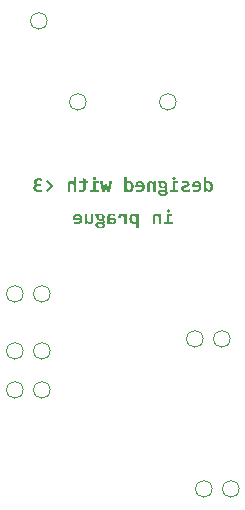
<source format=gbo>
G04 #@! TF.GenerationSoftware,KiCad,Pcbnew,7.0.1*
G04 #@! TF.CreationDate,2024-07-03T15:15:49+02:00*
G04 #@! TF.ProjectId,iCE40DevBoard,69434534-3044-4657-9642-6f6172642e6b,rev?*
G04 #@! TF.SameCoordinates,Original*
G04 #@! TF.FileFunction,Legend,Bot*
G04 #@! TF.FilePolarity,Positive*
%FSLAX46Y46*%
G04 Gerber Fmt 4.6, Leading zero omitted, Abs format (unit mm)*
G04 Created by KiCad (PCBNEW 7.0.1) date 2024-07-03 15:15:49*
%MOMM*%
%LPD*%
G01*
G04 APERTURE LIST*
%ADD10C,0.250000*%
%ADD11C,0.120000*%
%ADD12C,0.010000*%
%ADD13O,1.700000X1.700000*%
%ADD14R,1.700000X1.700000*%
%ADD15O,1.454000X1.154000*%
%ADD16C,1.000000*%
G04 APERTURE END LIST*
D10*
G36*
X192942035Y-67405307D02*
G01*
X192942532Y-67417569D01*
X192944316Y-67431188D01*
X192947398Y-67444388D01*
X192951777Y-67457168D01*
X192952416Y-67458736D01*
X192957987Y-67470719D01*
X192964628Y-67481939D01*
X192972337Y-67492395D01*
X192981114Y-67502089D01*
X192990693Y-67510771D01*
X193001111Y-67518499D01*
X193012370Y-67525273D01*
X193024467Y-67531092D01*
X193037118Y-67535767D01*
X193050342Y-67539107D01*
X193064138Y-67541110D01*
X193076679Y-67541768D01*
X193078506Y-67541778D01*
X193091139Y-67541267D01*
X193103392Y-67539733D01*
X193116930Y-67536727D01*
X193129972Y-67532386D01*
X193133155Y-67531092D01*
X193145406Y-67525273D01*
X193156816Y-67518499D01*
X193167387Y-67510771D01*
X193177119Y-67502089D01*
X193185782Y-67492395D01*
X193193453Y-67481939D01*
X193200131Y-67470719D01*
X193205817Y-67458736D01*
X193210225Y-67446008D01*
X193213374Y-67432861D01*
X193215263Y-67419294D01*
X193215883Y-67407079D01*
X193215893Y-67405307D01*
X193215263Y-67391473D01*
X193213374Y-67378059D01*
X193210225Y-67365065D01*
X193205817Y-67352490D01*
X193200131Y-67340354D01*
X193193453Y-67328982D01*
X193185782Y-67318372D01*
X193177119Y-67308526D01*
X193167387Y-67299577D01*
X193156816Y-67291658D01*
X193145406Y-67284770D01*
X193133155Y-67278912D01*
X193120237Y-67274237D01*
X193106823Y-67270898D01*
X193094678Y-67269071D01*
X193082154Y-67268268D01*
X193078506Y-67268226D01*
X193065902Y-67268737D01*
X193053737Y-67270271D01*
X193040370Y-67273277D01*
X193027576Y-67277618D01*
X193024467Y-67278912D01*
X193012370Y-67284770D01*
X193001111Y-67291658D01*
X192990693Y-67299577D01*
X192981114Y-67308526D01*
X192972337Y-67318372D01*
X192964628Y-67328982D01*
X192957987Y-67340354D01*
X192952416Y-67352490D01*
X192947874Y-67365065D01*
X192944630Y-67378059D01*
X192942684Y-67391473D01*
X192942035Y-67405307D01*
G37*
G36*
X193174066Y-67795791D02*
G01*
X193420446Y-67795791D01*
X193420446Y-67639475D01*
X192959132Y-67639475D01*
X192959132Y-68362434D01*
X192707562Y-68362434D01*
X192707562Y-68518750D01*
X193450366Y-68518750D01*
X193450366Y-68362434D01*
X193174066Y-68362434D01*
X193174066Y-67795791D01*
G37*
G36*
X191974223Y-68518750D02*
G01*
X191974223Y-67941420D01*
X191974639Y-67923786D01*
X191975888Y-67907288D01*
X191977969Y-67891929D01*
X191980882Y-67877707D01*
X191984628Y-67864624D01*
X191989207Y-67852677D01*
X191997635Y-67836891D01*
X192007936Y-67823665D01*
X192020111Y-67812999D01*
X192034158Y-67804893D01*
X192050078Y-67799346D01*
X192067871Y-67796360D01*
X192080774Y-67795791D01*
X192093983Y-67796473D01*
X192107049Y-67798519D01*
X192119972Y-67801930D01*
X192132752Y-67806705D01*
X192145389Y-67812845D01*
X192157882Y-67820349D01*
X192170233Y-67829217D01*
X192182440Y-67839449D01*
X192191590Y-67847909D01*
X192200837Y-67856916D01*
X192210180Y-67866470D01*
X192219620Y-67876572D01*
X192229157Y-67887221D01*
X192238790Y-67898418D01*
X192248520Y-67910162D01*
X192258346Y-67922453D01*
X192268269Y-67935292D01*
X192278289Y-67948679D01*
X192285022Y-67957907D01*
X192285022Y-68518750D01*
X192494460Y-68518750D01*
X192494460Y-67639475D01*
X192313415Y-67639475D01*
X192308225Y-67769229D01*
X192299872Y-67758788D01*
X192291415Y-67748645D01*
X192282854Y-67738800D01*
X192274188Y-67729254D01*
X192265418Y-67720005D01*
X192256544Y-67711055D01*
X192252965Y-67707558D01*
X192243797Y-67699077D01*
X192234420Y-67690999D01*
X192224835Y-67683323D01*
X192213057Y-67674643D01*
X192200978Y-67666543D01*
X192190683Y-67660236D01*
X192177918Y-67653231D01*
X192164809Y-67646869D01*
X192151356Y-67641152D01*
X192139884Y-67636880D01*
X192128172Y-67633054D01*
X192118632Y-67630316D01*
X192106284Y-67627326D01*
X192093474Y-67624842D01*
X192080202Y-67622865D01*
X192066468Y-67621396D01*
X192052271Y-67620433D01*
X192037613Y-67619976D01*
X192031620Y-67619936D01*
X192019234Y-67620132D01*
X192003186Y-67621002D01*
X191987673Y-67622569D01*
X191972694Y-67624833D01*
X191958249Y-67627793D01*
X191944339Y-67631449D01*
X191930963Y-67635802D01*
X191918121Y-67640852D01*
X191914994Y-67642223D01*
X191902739Y-67648005D01*
X191891009Y-67654359D01*
X191879803Y-67661285D01*
X191869122Y-67668784D01*
X191858966Y-67676856D01*
X191849335Y-67685500D01*
X191840228Y-67694716D01*
X191831646Y-67704505D01*
X191823513Y-67714766D01*
X191815904Y-67725552D01*
X191808820Y-67736862D01*
X191802261Y-67748698D01*
X191796226Y-67761058D01*
X191790716Y-67773942D01*
X191785731Y-67787352D01*
X191781271Y-67801286D01*
X191777336Y-67815693D01*
X191773925Y-67830519D01*
X191771039Y-67845765D01*
X191768677Y-67861431D01*
X191766841Y-67877517D01*
X191765808Y-67889856D01*
X191765070Y-67902432D01*
X191764627Y-67915244D01*
X191764479Y-67928292D01*
X191764479Y-68518750D01*
X191974223Y-68518750D01*
G37*
G36*
X190115422Y-67619976D02*
G01*
X190130080Y-67620433D01*
X190144276Y-67621396D01*
X190158011Y-67622865D01*
X190171283Y-67624842D01*
X190184093Y-67627326D01*
X190196440Y-67630316D01*
X190205981Y-67633054D01*
X190217692Y-67636880D01*
X190229165Y-67641152D01*
X190242617Y-67646869D01*
X190255726Y-67653231D01*
X190268492Y-67660236D01*
X190278787Y-67666543D01*
X190290866Y-67674643D01*
X190302644Y-67683323D01*
X190312229Y-67690999D01*
X190321606Y-67699077D01*
X190330774Y-67707558D01*
X190334353Y-67711055D01*
X190343227Y-67720005D01*
X190351997Y-67729254D01*
X190360663Y-67738800D01*
X190369224Y-67748645D01*
X190377681Y-67758788D01*
X190386034Y-67769229D01*
X190391224Y-67639475D01*
X190572269Y-67639475D01*
X190572269Y-68850920D01*
X190362831Y-68850920D01*
X190362831Y-68522718D01*
X190356095Y-68524431D01*
X190343848Y-68527221D01*
X190331017Y-68529749D01*
X190317602Y-68532013D01*
X190303602Y-68534015D01*
X190299518Y-68534532D01*
X190287268Y-68535885D01*
X190275018Y-68536937D01*
X190262768Y-68537688D01*
X190250517Y-68538139D01*
X190238267Y-68538289D01*
X190226188Y-68538179D01*
X190208285Y-68537603D01*
X190190640Y-68536533D01*
X190173252Y-68534970D01*
X190156121Y-68532913D01*
X190139248Y-68530362D01*
X190122633Y-68527317D01*
X190106276Y-68523779D01*
X190090176Y-68519747D01*
X190074333Y-68515221D01*
X190058748Y-68510201D01*
X190048530Y-68506534D01*
X190033525Y-68500590D01*
X190018906Y-68494115D01*
X190004674Y-68487109D01*
X189990828Y-68479572D01*
X189977368Y-68471503D01*
X189964295Y-68462903D01*
X189951608Y-68453771D01*
X189939308Y-68444109D01*
X189927394Y-68433915D01*
X189915866Y-68423189D01*
X189908377Y-68415708D01*
X189897536Y-68404053D01*
X189887168Y-68391877D01*
X189877272Y-68379180D01*
X189867848Y-68365963D01*
X189858896Y-68352225D01*
X189850417Y-68337967D01*
X189842410Y-68323188D01*
X189834875Y-68307888D01*
X189827813Y-68292068D01*
X189821222Y-68275728D01*
X189819137Y-68270143D01*
X189813280Y-68253002D01*
X189809705Y-68241252D01*
X189806396Y-68229245D01*
X189803351Y-68216981D01*
X189800571Y-68204459D01*
X189798056Y-68191679D01*
X189795806Y-68178641D01*
X189793820Y-68165346D01*
X189792099Y-68151794D01*
X189790643Y-68137983D01*
X189789452Y-68123916D01*
X189788525Y-68109590D01*
X189787863Y-68095007D01*
X189787466Y-68080167D01*
X189787427Y-68075754D01*
X190007152Y-68075754D01*
X190007289Y-68088911D01*
X190007700Y-68101822D01*
X190008384Y-68114485D01*
X190009342Y-68126902D01*
X190011045Y-68143073D01*
X190013234Y-68158806D01*
X190015911Y-68174100D01*
X190019073Y-68188955D01*
X190022723Y-68203371D01*
X190026754Y-68217296D01*
X190031214Y-68230677D01*
X190036103Y-68243514D01*
X190041422Y-68255807D01*
X190047171Y-68267556D01*
X190053348Y-68278762D01*
X190059955Y-68289424D01*
X190066992Y-68299542D01*
X190070627Y-68304395D01*
X190080132Y-68315925D01*
X190090233Y-68326590D01*
X190100930Y-68336390D01*
X190112224Y-68345325D01*
X190124114Y-68353396D01*
X190136601Y-68360602D01*
X190144295Y-68364422D01*
X190157476Y-68369952D01*
X190171104Y-68374439D01*
X190185180Y-68377883D01*
X190199703Y-68380283D01*
X190214673Y-68381640D01*
X190226971Y-68381974D01*
X190231698Y-68381950D01*
X190245823Y-68381592D01*
X190259862Y-68380805D01*
X190273816Y-68379588D01*
X190287683Y-68377943D01*
X190301465Y-68375867D01*
X190310371Y-68374212D01*
X190323069Y-68371532D01*
X190336878Y-68368108D01*
X190349607Y-68364361D01*
X190362831Y-68359686D01*
X190362831Y-67962181D01*
X190356097Y-67952690D01*
X190346078Y-67938929D01*
X190336155Y-67925735D01*
X190326328Y-67913111D01*
X190316599Y-67901056D01*
X190306966Y-67889570D01*
X190297429Y-67878652D01*
X190287989Y-67868303D01*
X190278646Y-67858523D01*
X190269399Y-67849312D01*
X190260249Y-67840670D01*
X190248037Y-67830152D01*
X190235672Y-67821035D01*
X190223154Y-67813322D01*
X190210484Y-67807011D01*
X190197662Y-67802102D01*
X190184686Y-67798596D01*
X190171558Y-67796492D01*
X190158277Y-67795791D01*
X190145057Y-67796349D01*
X190132417Y-67798023D01*
X190120357Y-67800814D01*
X190107018Y-67805480D01*
X190094469Y-67811666D01*
X190092722Y-67812658D01*
X190080978Y-67820597D01*
X190071587Y-67828797D01*
X190062818Y-67838285D01*
X190054671Y-67849061D01*
X190047147Y-67861126D01*
X190042477Y-67869894D01*
X190037028Y-67881685D01*
X190032012Y-67894401D01*
X190027428Y-67908042D01*
X190023276Y-67922606D01*
X190020266Y-67934923D01*
X190017532Y-67947832D01*
X190016894Y-67951155D01*
X190014542Y-67964881D01*
X190012515Y-67979305D01*
X190010812Y-67994424D01*
X190009433Y-68010240D01*
X190008612Y-68022560D01*
X190007973Y-68035271D01*
X190007517Y-68048373D01*
X190007243Y-68061868D01*
X190007152Y-68075754D01*
X189787427Y-68075754D01*
X189787334Y-68065068D01*
X189787418Y-68052326D01*
X189787672Y-68039743D01*
X189788096Y-68027319D01*
X189788688Y-68015056D01*
X189789895Y-67996960D01*
X189791483Y-67979224D01*
X189793451Y-67961848D01*
X189795801Y-67944831D01*
X189798532Y-67928174D01*
X189801643Y-67911876D01*
X189805136Y-67895938D01*
X189809010Y-67880360D01*
X189811758Y-67870189D01*
X189816166Y-67855291D01*
X189820917Y-67840823D01*
X189826012Y-67826784D01*
X189831450Y-67813174D01*
X189837232Y-67799993D01*
X189843357Y-67787242D01*
X189849825Y-67774920D01*
X189856637Y-67763028D01*
X189863793Y-67751565D01*
X189871292Y-67740531D01*
X189876444Y-67733385D01*
X189884458Y-67723059D01*
X189892816Y-67713206D01*
X189901517Y-67703825D01*
X189910562Y-67694916D01*
X189919950Y-67686480D01*
X189929681Y-67678516D01*
X189939756Y-67671024D01*
X189950175Y-67664004D01*
X189960937Y-67657457D01*
X189972042Y-67651382D01*
X189979627Y-67647574D01*
X189991255Y-67642323D01*
X190003183Y-67637624D01*
X190015412Y-67633479D01*
X190027941Y-67629886D01*
X190040771Y-67626845D01*
X190053902Y-67624358D01*
X190067333Y-67622423D01*
X190081064Y-67621041D01*
X190095096Y-67620212D01*
X190109429Y-67619936D01*
X190115422Y-67619976D01*
G37*
G36*
X189049720Y-67971646D02*
G01*
X189049356Y-67957296D01*
X189049410Y-67943632D01*
X189049881Y-67930653D01*
X189050770Y-67918361D01*
X189052387Y-67904515D01*
X189054605Y-67891656D01*
X189057278Y-67879699D01*
X189061074Y-67866780D01*
X189065601Y-67854972D01*
X189071669Y-67842836D01*
X189075060Y-67837312D01*
X189082502Y-67827218D01*
X189091878Y-67817641D01*
X189102316Y-67809948D01*
X189109865Y-67805866D01*
X189121878Y-67800995D01*
X189134906Y-67797719D01*
X189147337Y-67796145D01*
X189157187Y-67795791D01*
X189171676Y-67796789D01*
X189186328Y-67799786D01*
X189198168Y-67803621D01*
X189210113Y-67808735D01*
X189222163Y-67815127D01*
X189234318Y-67822798D01*
X189246578Y-67831747D01*
X189252747Y-67836701D01*
X189262106Y-67844839D01*
X189271638Y-67853910D01*
X189281341Y-67863916D01*
X189291215Y-67874855D01*
X189301262Y-67886728D01*
X189311480Y-67899534D01*
X189321870Y-67913275D01*
X189332431Y-67927949D01*
X189339568Y-67938251D01*
X189346781Y-67948967D01*
X189354070Y-67960099D01*
X189361435Y-67971646D01*
X189361435Y-68518750D01*
X189576063Y-68518750D01*
X189576063Y-67639475D01*
X189386165Y-67639475D01*
X189378532Y-67776251D01*
X189371719Y-67765267D01*
X189364638Y-67754641D01*
X189357289Y-67744373D01*
X189349671Y-67734463D01*
X189341785Y-67724910D01*
X189333631Y-67715715D01*
X189330294Y-67712137D01*
X189321661Y-67703363D01*
X189312745Y-67694976D01*
X189301672Y-67685423D01*
X189290191Y-67676429D01*
X189278302Y-67667993D01*
X189270149Y-67662678D01*
X189259578Y-67656429D01*
X189248665Y-67650657D01*
X189237408Y-67645362D01*
X189225809Y-67640544D01*
X189213866Y-67636203D01*
X189201581Y-67632339D01*
X189196571Y-67630927D01*
X189183784Y-67627760D01*
X189170608Y-67625131D01*
X189157046Y-67623038D01*
X189143095Y-67621481D01*
X189128757Y-67620462D01*
X189114032Y-67619979D01*
X189108033Y-67619936D01*
X189095800Y-67620132D01*
X189079898Y-67621002D01*
X189064463Y-67622569D01*
X189049496Y-67624833D01*
X189034997Y-67627793D01*
X189020965Y-67631449D01*
X189007400Y-67635802D01*
X188994303Y-67640852D01*
X188991102Y-67642223D01*
X188978537Y-67648133D01*
X188966487Y-67654721D01*
X188954952Y-67661987D01*
X188943932Y-67669929D01*
X188933428Y-67678549D01*
X188923439Y-67687847D01*
X188913965Y-67697822D01*
X188905006Y-67708474D01*
X188896587Y-67719813D01*
X188888730Y-67731849D01*
X188881436Y-67744581D01*
X188874705Y-67758009D01*
X188868537Y-67772134D01*
X188862932Y-67786956D01*
X188857889Y-67802474D01*
X188854477Y-67814570D01*
X188853410Y-67818688D01*
X188850433Y-67831238D01*
X188847800Y-67844159D01*
X188845510Y-67857449D01*
X188843564Y-67871110D01*
X188841961Y-67885141D01*
X188840702Y-67899543D01*
X188839786Y-67914314D01*
X188839213Y-67929456D01*
X188838984Y-67944969D01*
X188839099Y-67960851D01*
X188839366Y-67971646D01*
X189049720Y-67971646D01*
G37*
G36*
X188303915Y-67619980D02*
G01*
X188320384Y-67620212D01*
X188336741Y-67620642D01*
X188352985Y-67621271D01*
X188369116Y-67622098D01*
X188385135Y-67623124D01*
X188401041Y-67624348D01*
X188416834Y-67625771D01*
X188432514Y-67627393D01*
X188448082Y-67629213D01*
X188463537Y-67631232D01*
X188473690Y-67632629D01*
X188488637Y-67634808D01*
X188503246Y-67637090D01*
X188517517Y-67639474D01*
X188531449Y-67641959D01*
X188545044Y-67644547D01*
X188558301Y-67647237D01*
X188571219Y-67650028D01*
X188583799Y-67652922D01*
X188596042Y-67655917D01*
X188607946Y-67659015D01*
X188607946Y-67834870D01*
X188599112Y-67831446D01*
X188585795Y-67826493D01*
X188572397Y-67821761D01*
X188558919Y-67817248D01*
X188545360Y-67812956D01*
X188531720Y-67808883D01*
X188518001Y-67805031D01*
X188504200Y-67801399D01*
X188490319Y-67797986D01*
X188476358Y-67794794D01*
X188462316Y-67791822D01*
X188452920Y-67789936D01*
X188438794Y-67787336D01*
X188424630Y-67785010D01*
X188410429Y-67782957D01*
X188396190Y-67781178D01*
X188381914Y-67779672D01*
X188367600Y-67778441D01*
X188353249Y-67777483D01*
X188338860Y-67776799D01*
X188324434Y-67776388D01*
X188309970Y-67776251D01*
X188295085Y-67776497D01*
X188280960Y-67777235D01*
X188267595Y-67778465D01*
X188254991Y-67780187D01*
X188240870Y-67782902D01*
X188227843Y-67786326D01*
X188217654Y-67789683D01*
X188206233Y-67794263D01*
X188194022Y-67800365D01*
X188183009Y-67807286D01*
X188173194Y-67815025D01*
X188171888Y-67816197D01*
X188162262Y-67826153D01*
X188154085Y-67837139D01*
X188147359Y-67849155D01*
X188142663Y-67860515D01*
X188140445Y-67867256D01*
X188137275Y-67879534D01*
X188135010Y-67892425D01*
X188133652Y-67905930D01*
X188133199Y-67920049D01*
X188133199Y-67971646D01*
X188247382Y-67971646D01*
X188254110Y-67971667D01*
X188267403Y-67971839D01*
X188280478Y-67972182D01*
X188293337Y-67972697D01*
X188305978Y-67973384D01*
X188318403Y-67974243D01*
X188336632Y-67975853D01*
X188354374Y-67977849D01*
X188371627Y-67980232D01*
X188388391Y-67983001D01*
X188404667Y-67986157D01*
X188420455Y-67989699D01*
X188435755Y-67993627D01*
X188445688Y-67996440D01*
X188460198Y-68000899D01*
X188474242Y-68005649D01*
X188487819Y-68010688D01*
X188500929Y-68016017D01*
X188513572Y-68021636D01*
X188525748Y-68027545D01*
X188537457Y-68033743D01*
X188548699Y-68040231D01*
X188559474Y-68047010D01*
X188569783Y-68054077D01*
X188582715Y-68063933D01*
X188594799Y-68074266D01*
X188606033Y-68085075D01*
X188616418Y-68096362D01*
X188625954Y-68108126D01*
X188634641Y-68120367D01*
X188642479Y-68133084D01*
X188649467Y-68146279D01*
X188655621Y-68159789D01*
X188660954Y-68173604D01*
X188665467Y-68187724D01*
X188669159Y-68202150D01*
X188672031Y-68216881D01*
X188674082Y-68231917D01*
X188675313Y-68247258D01*
X188675723Y-68262905D01*
X188675451Y-68278084D01*
X188674636Y-68292939D01*
X188673276Y-68307470D01*
X188671373Y-68321676D01*
X188668926Y-68335558D01*
X188665934Y-68349115D01*
X188662400Y-68362348D01*
X188658321Y-68375257D01*
X188653636Y-68387698D01*
X188648437Y-68399681D01*
X188642722Y-68411206D01*
X188636492Y-68422274D01*
X188629746Y-68432883D01*
X188622486Y-68443034D01*
X188614710Y-68452728D01*
X188606419Y-68461963D01*
X188597542Y-68470721D01*
X188588158Y-68478984D01*
X188578269Y-68486750D01*
X188567875Y-68494020D01*
X188556975Y-68500794D01*
X188545569Y-68507072D01*
X188533657Y-68512853D01*
X188521240Y-68518139D01*
X188518056Y-68519379D01*
X188505000Y-68523944D01*
X188491428Y-68527879D01*
X188477341Y-68531185D01*
X188462739Y-68533861D01*
X188447622Y-68535908D01*
X188431989Y-68537325D01*
X188415841Y-68538112D01*
X188403393Y-68538289D01*
X188394017Y-68538200D01*
X188381733Y-68537807D01*
X188366727Y-68536872D01*
X188352109Y-68535445D01*
X188337879Y-68533527D01*
X188324036Y-68531116D01*
X188310580Y-68528214D01*
X188305264Y-68526959D01*
X188292202Y-68523531D01*
X188279468Y-68519684D01*
X188267062Y-68515421D01*
X188254984Y-68510740D01*
X188243234Y-68505642D01*
X188231812Y-68500126D01*
X188220703Y-68494252D01*
X188209892Y-68488081D01*
X188199379Y-68481611D01*
X188189165Y-68474843D01*
X188177301Y-68466328D01*
X188165866Y-68457383D01*
X188162099Y-68454273D01*
X188152774Y-68446331D01*
X188143584Y-68438149D01*
X188134528Y-68429730D01*
X188125606Y-68421071D01*
X188116818Y-68412175D01*
X188108164Y-68403039D01*
X188102974Y-68518750D01*
X187923761Y-68518750D01*
X187923761Y-68127961D01*
X188133199Y-68127961D01*
X188133199Y-68251914D01*
X188143763Y-68263397D01*
X188154161Y-68274375D01*
X188164393Y-68284849D01*
X188174458Y-68294819D01*
X188184357Y-68304284D01*
X188194089Y-68313244D01*
X188203655Y-68321701D01*
X188213055Y-68329652D01*
X188225329Y-68339470D01*
X188237307Y-68348390D01*
X188249009Y-68356261D01*
X188260606Y-68363083D01*
X188272098Y-68368855D01*
X188286315Y-68374594D01*
X188300368Y-68378694D01*
X188314257Y-68381154D01*
X188327983Y-68381974D01*
X188331660Y-68381945D01*
X188345888Y-68381250D01*
X188359343Y-68379631D01*
X188372025Y-68377086D01*
X188383934Y-68373616D01*
X188397734Y-68367976D01*
X188410326Y-68360891D01*
X188421711Y-68352359D01*
X188431562Y-68342449D01*
X188439743Y-68331226D01*
X188446254Y-68318692D01*
X188451096Y-68304846D01*
X188453768Y-68292825D01*
X188455370Y-68279964D01*
X188455905Y-68266263D01*
X188455237Y-68252410D01*
X188453233Y-68238939D01*
X188449894Y-68225849D01*
X188445219Y-68213141D01*
X188443835Y-68210035D01*
X188437318Y-68198090D01*
X188429237Y-68186908D01*
X188420883Y-68177750D01*
X188411330Y-68169177D01*
X188400522Y-68161156D01*
X188388398Y-68153925D01*
X188376960Y-68148354D01*
X188364556Y-68143363D01*
X188351186Y-68138952D01*
X188341697Y-68136376D01*
X188329126Y-68133639D01*
X188315764Y-68131439D01*
X188301613Y-68129775D01*
X188286671Y-68128648D01*
X188274149Y-68128133D01*
X188261121Y-68127961D01*
X188133199Y-68127961D01*
X187923761Y-68127961D01*
X187923761Y-67917912D01*
X187923782Y-67913274D01*
X187924099Y-67899580D01*
X187924798Y-67886212D01*
X187925877Y-67873172D01*
X187927338Y-67860459D01*
X187929180Y-67848074D01*
X187932228Y-67832069D01*
X187935954Y-67816647D01*
X187940357Y-67801806D01*
X187945437Y-67787547D01*
X187951152Y-67773871D01*
X187957611Y-67760776D01*
X187964814Y-67748263D01*
X187972762Y-67736333D01*
X187981453Y-67724984D01*
X187990889Y-67714217D01*
X188001069Y-67704033D01*
X188011993Y-67694430D01*
X188023600Y-67685409D01*
X188035979Y-67676970D01*
X188049131Y-67669114D01*
X188063055Y-67661839D01*
X188077753Y-67655146D01*
X188089283Y-67650508D01*
X188101248Y-67646198D01*
X188113648Y-67642215D01*
X188126482Y-67638559D01*
X188135254Y-67636304D01*
X188148818Y-67633194D01*
X188162871Y-67630412D01*
X188177412Y-67627956D01*
X188192441Y-67625828D01*
X188207959Y-67624028D01*
X188223965Y-67622555D01*
X188240459Y-67621409D01*
X188257442Y-67620591D01*
X188274913Y-67620100D01*
X188292873Y-67619936D01*
X188303915Y-67619980D01*
G37*
G36*
X187347913Y-67620016D02*
G01*
X187361871Y-67620435D01*
X187375626Y-67621214D01*
X187389177Y-67622353D01*
X187402524Y-67623851D01*
X187415667Y-67625709D01*
X187428606Y-67627926D01*
X187441341Y-67630503D01*
X187453872Y-67633440D01*
X187466199Y-67636736D01*
X187478323Y-67640391D01*
X187482294Y-67641688D01*
X187494003Y-67645801D01*
X187509139Y-67651802D01*
X187523732Y-67658395D01*
X187537781Y-67665579D01*
X187551286Y-67673354D01*
X187564247Y-67681722D01*
X187576664Y-67690680D01*
X187588537Y-67700231D01*
X187599752Y-67710363D01*
X187610347Y-67721068D01*
X187620322Y-67732345D01*
X187629677Y-67744194D01*
X187638412Y-67756616D01*
X187646526Y-67769611D01*
X187654020Y-67783178D01*
X187660894Y-67797317D01*
X187667048Y-67811996D01*
X187672381Y-67827180D01*
X187675843Y-67838900D01*
X187678843Y-67850904D01*
X187681381Y-67863193D01*
X187683458Y-67875766D01*
X187685073Y-67888624D01*
X187686227Y-67901766D01*
X187686920Y-67915192D01*
X187687150Y-67928903D01*
X187687130Y-67933155D01*
X187686826Y-67945647D01*
X187685853Y-67961685D01*
X187684231Y-67977017D01*
X187681960Y-67991643D01*
X187679041Y-68005563D01*
X187675473Y-68018777D01*
X187671255Y-68031285D01*
X187666390Y-68043087D01*
X187662346Y-68051498D01*
X187656662Y-68062346D01*
X187649088Y-68075315D01*
X187640991Y-68087629D01*
X187632373Y-68099286D01*
X187623234Y-68110288D01*
X187613572Y-68120634D01*
X187622483Y-68131224D01*
X187631203Y-68141929D01*
X187639733Y-68152748D01*
X187648072Y-68163681D01*
X187655933Y-68174787D01*
X187663337Y-68186121D01*
X187670282Y-68197685D01*
X187676770Y-68209477D01*
X187682609Y-68221384D01*
X187687914Y-68233596D01*
X187692684Y-68246113D01*
X187696920Y-68258936D01*
X187698284Y-68263837D01*
X187701266Y-68277246D01*
X187703092Y-68289387D01*
X187704187Y-68301907D01*
X187704553Y-68314807D01*
X187704467Y-68320245D01*
X187703501Y-68333674D01*
X187701461Y-68346864D01*
X187698349Y-68359815D01*
X187694163Y-68372528D01*
X187688903Y-68385003D01*
X187682571Y-68397239D01*
X187679744Y-68401994D01*
X187671990Y-68413411D01*
X187663251Y-68424158D01*
X187653528Y-68434234D01*
X187642822Y-68443639D01*
X187631131Y-68452373D01*
X187618457Y-68460437D01*
X187620433Y-68461791D01*
X187631939Y-68469920D01*
X187642844Y-68478049D01*
X187653148Y-68486177D01*
X187662851Y-68494306D01*
X187673412Y-68503790D01*
X187679093Y-68509228D01*
X187688462Y-68518837D01*
X187697100Y-68528562D01*
X187705008Y-68538405D01*
X187712185Y-68548364D01*
X187719360Y-68559946D01*
X187725619Y-68571796D01*
X187730961Y-68583913D01*
X187735388Y-68596297D01*
X187735858Y-68597865D01*
X187739078Y-68610693D01*
X187741344Y-68624016D01*
X187742656Y-68637836D01*
X187743021Y-68650335D01*
X187742930Y-68656371D01*
X187741911Y-68671179D01*
X187739758Y-68685584D01*
X187736472Y-68699586D01*
X187732054Y-68713186D01*
X187726502Y-68726384D01*
X187719818Y-68739179D01*
X187716818Y-68744173D01*
X187708454Y-68756284D01*
X187698852Y-68767858D01*
X187690280Y-68776731D01*
X187680915Y-68785260D01*
X187670759Y-68793446D01*
X187659811Y-68801289D01*
X187648072Y-68808788D01*
X187641897Y-68812400D01*
X187628913Y-68819317D01*
X187615078Y-68825824D01*
X187600395Y-68831921D01*
X187588826Y-68836224D01*
X187576778Y-68840296D01*
X187564253Y-68844138D01*
X187551251Y-68847749D01*
X187537771Y-68851129D01*
X187523813Y-68854278D01*
X187509299Y-68857170D01*
X187494264Y-68859777D01*
X187478709Y-68862100D01*
X187462633Y-68864138D01*
X187446037Y-68865892D01*
X187428920Y-68867362D01*
X187411282Y-68868547D01*
X187393124Y-68869448D01*
X187380729Y-68869890D01*
X187368103Y-68870206D01*
X187355246Y-68870396D01*
X187342157Y-68870459D01*
X187328637Y-68870371D01*
X187315324Y-68870106D01*
X187302219Y-68869665D01*
X187289321Y-68869047D01*
X187276630Y-68868253D01*
X187264148Y-68867282D01*
X187251872Y-68866135D01*
X187233848Y-68864083D01*
X187216291Y-68861634D01*
X187199201Y-68858788D01*
X187182578Y-68855545D01*
X187166421Y-68851904D01*
X187150732Y-68847867D01*
X187140534Y-68844979D01*
X187125635Y-68840412D01*
X187111214Y-68835559D01*
X187097271Y-68830422D01*
X187083805Y-68825001D01*
X187070817Y-68819296D01*
X187058306Y-68813305D01*
X187046273Y-68807031D01*
X187034718Y-68800472D01*
X187023640Y-68793629D01*
X187013040Y-68786501D01*
X187009595Y-68784064D01*
X186999588Y-68776588D01*
X186987013Y-68766236D01*
X186975316Y-68755446D01*
X186964497Y-68744216D01*
X186954555Y-68732548D01*
X186945492Y-68720441D01*
X186937306Y-68707895D01*
X186929998Y-68694910D01*
X186923558Y-68681677D01*
X186917976Y-68668234D01*
X186913254Y-68654581D01*
X186909390Y-68640718D01*
X186906384Y-68626646D01*
X186904238Y-68612363D01*
X186903516Y-68604234D01*
X187118980Y-68604234D01*
X187119686Y-68616790D01*
X187121805Y-68629117D01*
X187125335Y-68641214D01*
X187130277Y-68653083D01*
X187131709Y-68655998D01*
X187138607Y-68667180D01*
X187147375Y-68677598D01*
X187156581Y-68686088D01*
X187167218Y-68693994D01*
X187173868Y-68698316D01*
X187184738Y-68704405D01*
X187196680Y-68710022D01*
X187209696Y-68715167D01*
X187221363Y-68719094D01*
X187233775Y-68722692D01*
X187238923Y-68724023D01*
X187252431Y-68726975D01*
X187266848Y-68729390D01*
X187279036Y-68730935D01*
X187291806Y-68732138D01*
X187305158Y-68732996D01*
X187319093Y-68733511D01*
X187333609Y-68733683D01*
X187350592Y-68733477D01*
X187366850Y-68732857D01*
X187382384Y-68731824D01*
X187397193Y-68730377D01*
X187411278Y-68728518D01*
X187424638Y-68726245D01*
X187437274Y-68723559D01*
X187449185Y-68720460D01*
X187463940Y-68715685D01*
X187477407Y-68710175D01*
X187486519Y-68705539D01*
X187497273Y-68698648D01*
X187508476Y-68688894D01*
X187517190Y-68677873D01*
X187523413Y-68665585D01*
X187527148Y-68652030D01*
X187528393Y-68637207D01*
X187528246Y-68629815D01*
X187527316Y-68617550D01*
X187525339Y-68604845D01*
X187523726Y-68598315D01*
X187519257Y-68586265D01*
X187513433Y-68575231D01*
X187512854Y-68574314D01*
X187505619Y-68564154D01*
X187497664Y-68554792D01*
X187488398Y-68545311D01*
X187478767Y-68536751D01*
X187469031Y-68528899D01*
X187458188Y-68520818D01*
X187447792Y-68513559D01*
X187263084Y-68516918D01*
X187257181Y-68517293D01*
X187243805Y-68518420D01*
X187230985Y-68519898D01*
X187218719Y-68521726D01*
X187205381Y-68524245D01*
X187195782Y-68526477D01*
X187183751Y-68529988D01*
X187171266Y-68534668D01*
X187159891Y-68540121D01*
X187158679Y-68540775D01*
X187147504Y-68547871D01*
X187138059Y-68555980D01*
X187129666Y-68566072D01*
X187129009Y-68567052D01*
X187123155Y-68578737D01*
X187120024Y-68590800D01*
X187118980Y-68604234D01*
X186903516Y-68604234D01*
X186902950Y-68597871D01*
X186902520Y-68583169D01*
X186902864Y-68570370D01*
X186903894Y-68557924D01*
X186905611Y-68545831D01*
X186908724Y-68531211D01*
X186912910Y-68517143D01*
X186918169Y-68503627D01*
X186924502Y-68490662D01*
X186928733Y-68483155D01*
X186936523Y-68471122D01*
X186945238Y-68459685D01*
X186954877Y-68448845D01*
X186965441Y-68438600D01*
X186976928Y-68428952D01*
X186986784Y-68421663D01*
X186997107Y-68414770D01*
X187007926Y-68408287D01*
X187019242Y-68402214D01*
X187031053Y-68396552D01*
X187043361Y-68391300D01*
X187056164Y-68386458D01*
X187069464Y-68382026D01*
X187083260Y-68378005D01*
X187097514Y-68374327D01*
X187112187Y-68371078D01*
X187127281Y-68368259D01*
X187142794Y-68365869D01*
X187158727Y-68363908D01*
X187170952Y-68362719D01*
X187183414Y-68361772D01*
X187196111Y-68361066D01*
X187209045Y-68360602D01*
X187416041Y-68352970D01*
X187420351Y-68352744D01*
X187432799Y-68351424D01*
X187445780Y-68348824D01*
X187457867Y-68345032D01*
X187468839Y-68340065D01*
X187479806Y-68333705D01*
X187489619Y-68326408D01*
X187495070Y-68321201D01*
X187503056Y-68311663D01*
X187509769Y-68300457D01*
X187511704Y-68295966D01*
X187515200Y-68284218D01*
X187516486Y-68271454D01*
X187516394Y-68267089D01*
X187515026Y-68254509D01*
X187511579Y-68241438D01*
X187506105Y-68229322D01*
X187504791Y-68227007D01*
X187497719Y-68215826D01*
X187489812Y-68205302D01*
X187481070Y-68195433D01*
X187474414Y-68199175D01*
X187461873Y-68204852D01*
X187448990Y-68209506D01*
X187436528Y-68213262D01*
X187422757Y-68216804D01*
X187417885Y-68217876D01*
X187405473Y-68220254D01*
X187392733Y-68222200D01*
X187379665Y-68223713D01*
X187366269Y-68224793D01*
X187352545Y-68225442D01*
X187338494Y-68225658D01*
X187328891Y-68225582D01*
X187314684Y-68225181D01*
X187300712Y-68224437D01*
X187286977Y-68223349D01*
X187273478Y-68221918D01*
X187260216Y-68220144D01*
X187247189Y-68218025D01*
X187234398Y-68215564D01*
X187221844Y-68212759D01*
X187209526Y-68209611D01*
X187197443Y-68206119D01*
X187193454Y-68204879D01*
X187181701Y-68200943D01*
X187166531Y-68195185D01*
X187151934Y-68188845D01*
X187137909Y-68181923D01*
X187124457Y-68174420D01*
X187111577Y-68166334D01*
X187099269Y-68157666D01*
X187087534Y-68148416D01*
X187076333Y-68138594D01*
X187065781Y-68128209D01*
X187055878Y-68117261D01*
X187046623Y-68105750D01*
X187038018Y-68093676D01*
X187030061Y-68081040D01*
X187022753Y-68067840D01*
X187016093Y-68054077D01*
X187011565Y-68043334D01*
X187006219Y-68028534D01*
X187001666Y-68013190D01*
X186998771Y-68001326D01*
X186996321Y-67989155D01*
X186994316Y-67976678D01*
X186992757Y-67963896D01*
X186991644Y-67950807D01*
X186990976Y-67937413D01*
X186990753Y-67923713D01*
X186990770Y-67921881D01*
X187185842Y-67921881D01*
X187185990Y-67930086D01*
X187186960Y-67944261D01*
X187188837Y-67958203D01*
X187191619Y-67971910D01*
X187195306Y-67985384D01*
X187197820Y-67992826D01*
X187202931Y-68005298D01*
X187208948Y-68017069D01*
X187215871Y-68028139D01*
X187223700Y-68038507D01*
X187228584Y-68044088D01*
X187237868Y-68053167D01*
X187248086Y-68061369D01*
X187259239Y-68068694D01*
X187271327Y-68075143D01*
X187273130Y-68075989D01*
X187286306Y-68081154D01*
X187298367Y-68084535D01*
X187311136Y-68086950D01*
X187324613Y-68088399D01*
X187338799Y-68088882D01*
X187347795Y-68088712D01*
X187360819Y-68087816D01*
X187373279Y-68086153D01*
X187389017Y-68082743D01*
X187403752Y-68077967D01*
X187417486Y-68071828D01*
X187430218Y-68064324D01*
X187441949Y-68055456D01*
X187452677Y-68045224D01*
X187462194Y-68033832D01*
X187470442Y-68021486D01*
X187477421Y-68008187D01*
X187483131Y-67993933D01*
X187487572Y-67978725D01*
X187490071Y-67966693D01*
X187491855Y-67954124D01*
X187492926Y-67941019D01*
X187493283Y-67927377D01*
X187493273Y-67925261D01*
X187492830Y-67912682D01*
X187491721Y-67900295D01*
X187489946Y-67888102D01*
X187487506Y-67876103D01*
X187483818Y-67862347D01*
X187481304Y-67854614D01*
X187476193Y-67841702D01*
X187470176Y-67829578D01*
X187463253Y-67818243D01*
X187455425Y-67807698D01*
X187450540Y-67801973D01*
X187441257Y-67792690D01*
X187431039Y-67784342D01*
X187419886Y-67776929D01*
X187407798Y-67770450D01*
X187405994Y-67769605D01*
X187392819Y-67764440D01*
X187380758Y-67761059D01*
X187367989Y-67758644D01*
X187354511Y-67757195D01*
X187340326Y-67756712D01*
X187331331Y-67756882D01*
X187318313Y-67757778D01*
X187305864Y-67759440D01*
X187290151Y-67762851D01*
X187275449Y-67767626D01*
X187261758Y-67773766D01*
X187249078Y-67781270D01*
X187237410Y-67790138D01*
X187226753Y-67800370D01*
X187224236Y-67803132D01*
X187214967Y-67814848D01*
X187206976Y-67827633D01*
X187200265Y-67841486D01*
X187194831Y-67856408D01*
X187191595Y-67868300D01*
X187189078Y-67880794D01*
X187187280Y-67893889D01*
X187186201Y-67907584D01*
X187185842Y-67921881D01*
X186990770Y-67921881D01*
X186990792Y-67919520D01*
X186991383Y-67906997D01*
X186992681Y-67894561D01*
X186994689Y-67882211D01*
X186997404Y-67869946D01*
X187000828Y-67857767D01*
X187002105Y-67853697D01*
X187006610Y-67841643D01*
X187012123Y-67829826D01*
X187018645Y-67818245D01*
X187026177Y-67806900D01*
X187034717Y-67795791D01*
X186897330Y-67795791D01*
X186897330Y-67639475D01*
X187199581Y-67639475D01*
X187212591Y-67635107D01*
X187226245Y-67631353D01*
X187238459Y-67628623D01*
X187251146Y-67626344D01*
X187264305Y-67624515D01*
X187268781Y-67623961D01*
X187282337Y-67622512D01*
X187296086Y-67621385D01*
X187310029Y-67620580D01*
X187324165Y-67620097D01*
X187338494Y-67619936D01*
X187347913Y-67620016D01*
G37*
G36*
X186519975Y-67639475D02*
G01*
X186519975Y-68216194D01*
X186519741Y-68229397D01*
X186519041Y-68241989D01*
X186517381Y-68257827D01*
X186514891Y-68272577D01*
X186511571Y-68286239D01*
X186507420Y-68298814D01*
X186502440Y-68310301D01*
X186495048Y-68323130D01*
X186493413Y-68325492D01*
X186484435Y-68336135D01*
X186474099Y-68344973D01*
X186462408Y-68352008D01*
X186449359Y-68357239D01*
X186434954Y-68360666D01*
X186422453Y-68362109D01*
X186412508Y-68362434D01*
X186399514Y-68361747D01*
X186386634Y-68359686D01*
X186373868Y-68356252D01*
X186361217Y-68351443D01*
X186348680Y-68345261D01*
X186336258Y-68337704D01*
X186323951Y-68328774D01*
X186311758Y-68318470D01*
X186302608Y-68309953D01*
X186293361Y-68300889D01*
X186284018Y-68291277D01*
X186274578Y-68281118D01*
X186265041Y-68270412D01*
X186255408Y-68259158D01*
X186245678Y-68247357D01*
X186235852Y-68235008D01*
X186225929Y-68222112D01*
X186215909Y-68208668D01*
X186209176Y-68199402D01*
X186209176Y-67639475D01*
X185999738Y-67639475D01*
X185999738Y-68518750D01*
X186180783Y-68518750D01*
X186185973Y-68388995D01*
X186194582Y-68399349D01*
X186203236Y-68409419D01*
X186211934Y-68419205D01*
X186220677Y-68428709D01*
X186229465Y-68437929D01*
X186238298Y-68446866D01*
X186241843Y-68450362D01*
X186250828Y-68458754D01*
X186261905Y-68468314D01*
X186273304Y-68477316D01*
X186285024Y-68485759D01*
X186297067Y-68493645D01*
X186303209Y-68497378D01*
X186315789Y-68504291D01*
X186328798Y-68510602D01*
X186342236Y-68516312D01*
X186353762Y-68520611D01*
X186365587Y-68524493D01*
X186375261Y-68527298D01*
X186387674Y-68530464D01*
X186400490Y-68533094D01*
X186413709Y-68535187D01*
X186427330Y-68536743D01*
X186441353Y-68537763D01*
X186455779Y-68538246D01*
X186461662Y-68538289D01*
X186474108Y-68538096D01*
X186490244Y-68537237D01*
X186505855Y-68535691D01*
X186520941Y-68533459D01*
X186535503Y-68530539D01*
X186549540Y-68526933D01*
X186563052Y-68522640D01*
X186576039Y-68517659D01*
X186579204Y-68516307D01*
X186591464Y-68510449D01*
X186603208Y-68504019D01*
X186614438Y-68497016D01*
X186625152Y-68489440D01*
X186635351Y-68481293D01*
X186645035Y-68472572D01*
X186654203Y-68463280D01*
X186662857Y-68453415D01*
X186670919Y-68443015D01*
X186678466Y-68432120D01*
X186685497Y-68420728D01*
X186692013Y-68408840D01*
X186698015Y-68396456D01*
X186703500Y-68383576D01*
X186708471Y-68370200D01*
X186712927Y-68356328D01*
X186716862Y-68341921D01*
X186720273Y-68327095D01*
X186723159Y-68311849D01*
X186725520Y-68296183D01*
X186727357Y-68280098D01*
X186728390Y-68267758D01*
X186729128Y-68255182D01*
X186729571Y-68242370D01*
X186729718Y-68229322D01*
X186729718Y-67639475D01*
X186519975Y-67639475D01*
G37*
G36*
X185399824Y-67620069D02*
G01*
X185416984Y-67620771D01*
X185433838Y-67622073D01*
X185450386Y-67623976D01*
X185466629Y-67626481D01*
X185482565Y-67629586D01*
X185498195Y-67633293D01*
X185513520Y-67637600D01*
X185528539Y-67642509D01*
X185543251Y-67648019D01*
X185557658Y-67654130D01*
X185567072Y-67658516D01*
X185580863Y-67665516D01*
X185594256Y-67673020D01*
X185607253Y-67681029D01*
X185619852Y-67689543D01*
X185632054Y-67698560D01*
X185643859Y-67708083D01*
X185655266Y-67718109D01*
X185666277Y-67728641D01*
X185676890Y-67739676D01*
X185687107Y-67751216D01*
X185693654Y-67759139D01*
X185703126Y-67771394D01*
X185712180Y-67784094D01*
X185720815Y-67797239D01*
X185729031Y-67810830D01*
X185736829Y-67824867D01*
X185744208Y-67839349D01*
X185751169Y-67854276D01*
X185757711Y-67869649D01*
X185763834Y-67885467D01*
X185769539Y-67901731D01*
X185773051Y-67912797D01*
X185777894Y-67929678D01*
X185782228Y-67946897D01*
X185786052Y-67964454D01*
X185789366Y-67982349D01*
X185791292Y-67994467D01*
X185792991Y-68006735D01*
X185794464Y-68019154D01*
X185795710Y-68031722D01*
X185796730Y-68044441D01*
X185797523Y-68057311D01*
X185798089Y-68070330D01*
X185798429Y-68083500D01*
X185798543Y-68096820D01*
X185798429Y-68110229D01*
X185798089Y-68123439D01*
X185797523Y-68136447D01*
X185796730Y-68149256D01*
X185795710Y-68161864D01*
X185794464Y-68174272D01*
X185792991Y-68186479D01*
X185790357Y-68204414D01*
X185787213Y-68221899D01*
X185783559Y-68238933D01*
X185779395Y-68255516D01*
X185774722Y-68271648D01*
X185769539Y-68287329D01*
X185765775Y-68297493D01*
X185759753Y-68312353D01*
X185753281Y-68326752D01*
X185746358Y-68340689D01*
X185738985Y-68354165D01*
X185731160Y-68367179D01*
X185722885Y-68379731D01*
X185714158Y-68391823D01*
X185704981Y-68403452D01*
X185695354Y-68414620D01*
X185685275Y-68425327D01*
X185678311Y-68432204D01*
X185667513Y-68442123D01*
X185656290Y-68451564D01*
X185644644Y-68460527D01*
X185632573Y-68469012D01*
X185620079Y-68477020D01*
X185607160Y-68484551D01*
X185593818Y-68491603D01*
X185580051Y-68498178D01*
X185565861Y-68504276D01*
X185551247Y-68509896D01*
X185536241Y-68514970D01*
X185520875Y-68519545D01*
X185505150Y-68523621D01*
X185489065Y-68527198D01*
X185472621Y-68530276D01*
X185455817Y-68532854D01*
X185438653Y-68534934D01*
X185421130Y-68536514D01*
X185403247Y-68537596D01*
X185385005Y-68538178D01*
X185372644Y-68538289D01*
X185367710Y-68538278D01*
X185355282Y-68538157D01*
X185342720Y-68537903D01*
X185330023Y-68537513D01*
X185317192Y-68536990D01*
X185304227Y-68536333D01*
X185291128Y-68535541D01*
X185285865Y-68535187D01*
X185272739Y-68534208D01*
X185259658Y-68533094D01*
X185246621Y-68531846D01*
X185233630Y-68530464D01*
X185220683Y-68528948D01*
X185207780Y-68527298D01*
X185202635Y-68526605D01*
X185189836Y-68524821D01*
X185177126Y-68522962D01*
X185164505Y-68521028D01*
X185151974Y-68519020D01*
X185139532Y-68516938D01*
X185127180Y-68514781D01*
X185122280Y-68513897D01*
X185107850Y-68511174D01*
X185093829Y-68508344D01*
X185080216Y-68505407D01*
X185067010Y-68502362D01*
X185054212Y-68499210D01*
X185054212Y-68323355D01*
X185063961Y-68325905D01*
X185078503Y-68329560D01*
X185092948Y-68333010D01*
X185107297Y-68336257D01*
X185121549Y-68339300D01*
X185135704Y-68342139D01*
X185149763Y-68344774D01*
X185163725Y-68347205D01*
X185177591Y-68349432D01*
X185191360Y-68351456D01*
X185205032Y-68353275D01*
X185218522Y-68354912D01*
X185231855Y-68356388D01*
X185245033Y-68357702D01*
X185258055Y-68358856D01*
X185270922Y-68359849D01*
X185283633Y-68360681D01*
X185296188Y-68361352D01*
X185308588Y-68361862D01*
X185324878Y-68362291D01*
X185340893Y-68362434D01*
X185347724Y-68362374D01*
X185361157Y-68361897D01*
X185374285Y-68360943D01*
X185387108Y-68359512D01*
X185399625Y-68357604D01*
X185411837Y-68355219D01*
X185426673Y-68351567D01*
X185441032Y-68347169D01*
X185446630Y-68345169D01*
X185460187Y-68339699D01*
X185473118Y-68333559D01*
X185485422Y-68326748D01*
X185497101Y-68319266D01*
X185508153Y-68311113D01*
X185518579Y-68302289D01*
X185522530Y-68298533D01*
X185531917Y-68288661D01*
X185540604Y-68278104D01*
X185548590Y-68266860D01*
X185555875Y-68254931D01*
X185562460Y-68242317D01*
X185568344Y-68229016D01*
X185571454Y-68220710D01*
X185575957Y-68206329D01*
X185578948Y-68194341D01*
X185581395Y-68181923D01*
X185583299Y-68169077D01*
X185584658Y-68155801D01*
X185585474Y-68142096D01*
X185585746Y-68127961D01*
X185012081Y-68127961D01*
X185011104Y-68116591D01*
X185010100Y-68102946D01*
X185009242Y-68088892D01*
X185008623Y-68076520D01*
X185008112Y-68063847D01*
X185008037Y-68061704D01*
X185007577Y-68047399D01*
X185007235Y-68034322D01*
X185006987Y-68020879D01*
X185006890Y-68007671D01*
X185006988Y-67997116D01*
X185007502Y-67981484D01*
X185008111Y-67971646D01*
X185219687Y-67971646D01*
X185582082Y-67971646D01*
X185580738Y-67960170D01*
X185578118Y-67943575D01*
X185574774Y-67927720D01*
X185570705Y-67912606D01*
X185565912Y-67898232D01*
X185560394Y-67884599D01*
X185554152Y-67871706D01*
X185547185Y-67859554D01*
X185539494Y-67848143D01*
X185531078Y-67837472D01*
X185521938Y-67827542D01*
X185515492Y-67821331D01*
X185505407Y-67812766D01*
X185494823Y-67805102D01*
X185483740Y-67798340D01*
X185472158Y-67792480D01*
X185460076Y-67787521D01*
X185447496Y-67783464D01*
X185434416Y-67780308D01*
X185420838Y-67778054D01*
X185406760Y-67776702D01*
X185392184Y-67776251D01*
X185387699Y-67776297D01*
X185374476Y-67776976D01*
X185361596Y-67778472D01*
X185349059Y-67780783D01*
X185336866Y-67783910D01*
X185325017Y-67787853D01*
X185321117Y-67789352D01*
X185309790Y-67794436D01*
X185299021Y-67800400D01*
X185288810Y-67807244D01*
X185279157Y-67814969D01*
X185270062Y-67823573D01*
X185267126Y-67826639D01*
X185258804Y-67836453D01*
X185251212Y-67847190D01*
X185244350Y-67858850D01*
X185238217Y-67871433D01*
X185232815Y-67884939D01*
X185230365Y-67891979D01*
X185226843Y-67904212D01*
X185224021Y-67917071D01*
X185221899Y-67930556D01*
X185220479Y-67944667D01*
X185219759Y-67959405D01*
X185219687Y-67971646D01*
X185008111Y-67971646D01*
X185008455Y-67966093D01*
X185009849Y-67950944D01*
X185011682Y-67936036D01*
X185013956Y-67921370D01*
X185016670Y-67906945D01*
X185019823Y-67892762D01*
X185023417Y-67878820D01*
X185027451Y-67865120D01*
X185031925Y-67851661D01*
X185035108Y-67842846D01*
X185040227Y-67829908D01*
X185045759Y-67817315D01*
X185051705Y-67805064D01*
X185058063Y-67793157D01*
X185064835Y-67781594D01*
X185072020Y-67770374D01*
X185079619Y-67759498D01*
X185087630Y-67748965D01*
X185096055Y-67738775D01*
X185104893Y-67728929D01*
X185110976Y-67722569D01*
X185120446Y-67713364D01*
X185130328Y-67704562D01*
X185140624Y-67696162D01*
X185151334Y-67688165D01*
X185162456Y-67680570D01*
X185173992Y-67673378D01*
X185185941Y-67666589D01*
X185198303Y-67660201D01*
X185211078Y-67654217D01*
X185224267Y-67648634D01*
X185233243Y-67645159D01*
X185247026Y-67640367D01*
X185261189Y-67636079D01*
X185275734Y-67632295D01*
X185290659Y-67629016D01*
X185305966Y-67626242D01*
X185321654Y-67623972D01*
X185337722Y-67622206D01*
X185354172Y-67620945D01*
X185371003Y-67620188D01*
X185388215Y-67619936D01*
X185399824Y-67620069D01*
G37*
G36*
X196299153Y-64885201D02*
G01*
X196307353Y-64883162D01*
X196319460Y-64880507D01*
X196332297Y-64878086D01*
X196345865Y-64875899D01*
X196358076Y-64874210D01*
X196362197Y-64873692D01*
X196374543Y-64872340D01*
X196386869Y-64871288D01*
X196399173Y-64870537D01*
X196411455Y-64870086D01*
X196423716Y-64869936D01*
X196435758Y-64870047D01*
X196453610Y-64870629D01*
X196471210Y-64871710D01*
X196488558Y-64873291D01*
X196505653Y-64875370D01*
X196522497Y-64877949D01*
X196539088Y-64881027D01*
X196555427Y-64884604D01*
X196571513Y-64888680D01*
X196587347Y-64893255D01*
X196602930Y-64898329D01*
X196613147Y-64901959D01*
X196628145Y-64907852D01*
X196642753Y-64914281D01*
X196656968Y-64921247D01*
X196670792Y-64928750D01*
X196684224Y-64936789D01*
X196697264Y-64945365D01*
X196709912Y-64954477D01*
X196722169Y-64964127D01*
X196734033Y-64974313D01*
X196745506Y-64985035D01*
X196752922Y-64992482D01*
X196763661Y-65004099D01*
X196773938Y-65016253D01*
X196783753Y-65028943D01*
X196793107Y-65042170D01*
X196802000Y-65055934D01*
X196810431Y-65070234D01*
X196818401Y-65085071D01*
X196825909Y-65100445D01*
X196832955Y-65116355D01*
X196839540Y-65132802D01*
X196841625Y-65138406D01*
X196847483Y-65155595D01*
X196851057Y-65167371D01*
X196854366Y-65179399D01*
X196857411Y-65191680D01*
X196860191Y-65204215D01*
X196862706Y-65217002D01*
X196864956Y-65230041D01*
X196866942Y-65243334D01*
X196868663Y-65256879D01*
X196870119Y-65270678D01*
X196871310Y-65284729D01*
X196872237Y-65299033D01*
X196872899Y-65313590D01*
X196873296Y-65328399D01*
X196873429Y-65343462D01*
X196873408Y-65349797D01*
X196873241Y-65362358D01*
X196872907Y-65374770D01*
X196872093Y-65393112D01*
X196870903Y-65411120D01*
X196869338Y-65428796D01*
X196867397Y-65446140D01*
X196865080Y-65463150D01*
X196862388Y-65479828D01*
X196859320Y-65496173D01*
X196855877Y-65512185D01*
X196852057Y-65527865D01*
X196849274Y-65538072D01*
X196844821Y-65553021D01*
X196840036Y-65567535D01*
X196834918Y-65581615D01*
X196829467Y-65595260D01*
X196823684Y-65608470D01*
X196817568Y-65621245D01*
X196811119Y-65633586D01*
X196804337Y-65645492D01*
X196797223Y-65656963D01*
X196789775Y-65667999D01*
X196784588Y-65675110D01*
X196776529Y-65685390D01*
X196768137Y-65695210D01*
X196759413Y-65704567D01*
X196750355Y-65713463D01*
X196740966Y-65721898D01*
X196731243Y-65729871D01*
X196721188Y-65737383D01*
X196710800Y-65744433D01*
X196700079Y-65751021D01*
X196689025Y-65757148D01*
X196681440Y-65760919D01*
X196669813Y-65766119D01*
X196657884Y-65770772D01*
X196645655Y-65774878D01*
X196633126Y-65778436D01*
X196620296Y-65781446D01*
X196607166Y-65783910D01*
X196593735Y-65785826D01*
X196580003Y-65787194D01*
X196565971Y-65788015D01*
X196551639Y-65788289D01*
X196545870Y-65788247D01*
X196531730Y-65787778D01*
X196517993Y-65786786D01*
X196504659Y-65785273D01*
X196491726Y-65783238D01*
X196479197Y-65780682D01*
X196467070Y-65777603D01*
X196457534Y-65774798D01*
X196445842Y-65770916D01*
X196434403Y-65766617D01*
X196421012Y-65760907D01*
X196407985Y-65754596D01*
X196395323Y-65747684D01*
X196384940Y-65741472D01*
X196372776Y-65733486D01*
X196360933Y-65724921D01*
X196351311Y-65717340D01*
X196341911Y-65709358D01*
X196332736Y-65700972D01*
X196329079Y-65697515D01*
X196320001Y-65688673D01*
X196311012Y-65679548D01*
X196302112Y-65670140D01*
X196293302Y-65660449D01*
X196284581Y-65650474D01*
X196275949Y-65640217D01*
X196270759Y-65768750D01*
X196089409Y-65768750D01*
X196089409Y-65445433D01*
X196299153Y-65445433D01*
X196305885Y-65454999D01*
X196315898Y-65468869D01*
X196325809Y-65482165D01*
X196335619Y-65494887D01*
X196345326Y-65507034D01*
X196354932Y-65518607D01*
X196364435Y-65529606D01*
X196373837Y-65540031D01*
X196383136Y-65549881D01*
X196392334Y-65559158D01*
X196401429Y-65567860D01*
X196413493Y-65578307D01*
X196425720Y-65587361D01*
X196438109Y-65595022D01*
X196450659Y-65601290D01*
X196463372Y-65606166D01*
X196476248Y-65609648D01*
X196489285Y-65611738D01*
X196502485Y-65612434D01*
X196504729Y-65612419D01*
X196517881Y-65611689D01*
X196530496Y-65609864D01*
X196542575Y-65606945D01*
X196554116Y-65602931D01*
X196566904Y-65596864D01*
X196570417Y-65594846D01*
X196580528Y-65587933D01*
X196589995Y-65579733D01*
X196598818Y-65570245D01*
X196606996Y-65559469D01*
X196614531Y-65547404D01*
X196620318Y-65536257D01*
X196625658Y-65524185D01*
X196630551Y-65511188D01*
X196634996Y-65497268D01*
X196638230Y-65485466D01*
X196641178Y-65473073D01*
X196643840Y-65460088D01*
X196644441Y-65456746D01*
X196646655Y-65442950D01*
X196648563Y-65428467D01*
X196650166Y-65413297D01*
X196651463Y-65397441D01*
X196652236Y-65385097D01*
X196652837Y-65372368D01*
X196653267Y-65359252D01*
X196653524Y-65345749D01*
X196653610Y-65331860D01*
X196653476Y-65318757D01*
X196653073Y-65305896D01*
X196652402Y-65293276D01*
X196651463Y-65280898D01*
X196649794Y-65264770D01*
X196647647Y-65249070D01*
X196645023Y-65233800D01*
X196641923Y-65218960D01*
X196638345Y-65204549D01*
X196634247Y-65190624D01*
X196629739Y-65177243D01*
X196624821Y-65164406D01*
X196619492Y-65152113D01*
X196613754Y-65140363D01*
X196607605Y-65129158D01*
X196601045Y-65118496D01*
X196594076Y-65108378D01*
X196590406Y-65103525D01*
X196580846Y-65092009D01*
X196570734Y-65081373D01*
X196560071Y-65071616D01*
X196548856Y-65062739D01*
X196537090Y-65054741D01*
X196524772Y-65047622D01*
X196514535Y-65042614D01*
X196501282Y-65037292D01*
X196487522Y-65033013D01*
X196473256Y-65029778D01*
X196458483Y-65027587D01*
X196446299Y-65026585D01*
X196433791Y-65026251D01*
X196429176Y-65026276D01*
X196415359Y-65026652D01*
X196401584Y-65027478D01*
X196387853Y-65028756D01*
X196374164Y-65030484D01*
X196360519Y-65032663D01*
X196351612Y-65034246D01*
X196338915Y-65036837D01*
X196325105Y-65040184D01*
X196312376Y-65043883D01*
X196299153Y-65048538D01*
X196299153Y-65445433D01*
X196089409Y-65445433D01*
X196089409Y-64557305D01*
X196299153Y-64557305D01*
X196299153Y-64885201D01*
G37*
G36*
X195491328Y-64870069D02*
G01*
X195508488Y-64870771D01*
X195525342Y-64872073D01*
X195541890Y-64873976D01*
X195558132Y-64876481D01*
X195574068Y-64879586D01*
X195589699Y-64883293D01*
X195605023Y-64887600D01*
X195620042Y-64892509D01*
X195634754Y-64898019D01*
X195649161Y-64904130D01*
X195658576Y-64908516D01*
X195672366Y-64915516D01*
X195685760Y-64923020D01*
X195698756Y-64931029D01*
X195711355Y-64939543D01*
X195723557Y-64948560D01*
X195735362Y-64958083D01*
X195746770Y-64968109D01*
X195757780Y-64978641D01*
X195768394Y-64989676D01*
X195778610Y-65001216D01*
X195785157Y-65009139D01*
X195794629Y-65021394D01*
X195803683Y-65034094D01*
X195812318Y-65047239D01*
X195820534Y-65060830D01*
X195828332Y-65074867D01*
X195835711Y-65089349D01*
X195842672Y-65104276D01*
X195849214Y-65119649D01*
X195855337Y-65135467D01*
X195861042Y-65151731D01*
X195864554Y-65162797D01*
X195869398Y-65179678D01*
X195873731Y-65196897D01*
X195877555Y-65214454D01*
X195880869Y-65232349D01*
X195882795Y-65244467D01*
X195884494Y-65256735D01*
X195885967Y-65269154D01*
X195887213Y-65281722D01*
X195888233Y-65294441D01*
X195889026Y-65307311D01*
X195889593Y-65320330D01*
X195889932Y-65333500D01*
X195890046Y-65346820D01*
X195889932Y-65360229D01*
X195889593Y-65373439D01*
X195889026Y-65386447D01*
X195888233Y-65399256D01*
X195887213Y-65411864D01*
X195885967Y-65424272D01*
X195884494Y-65436479D01*
X195881860Y-65454414D01*
X195878716Y-65471899D01*
X195875062Y-65488933D01*
X195870899Y-65505516D01*
X195866225Y-65521648D01*
X195861042Y-65537329D01*
X195857278Y-65547493D01*
X195851257Y-65562353D01*
X195844785Y-65576752D01*
X195837862Y-65590689D01*
X195830488Y-65604165D01*
X195822663Y-65617179D01*
X195814388Y-65629731D01*
X195805662Y-65641823D01*
X195796485Y-65653452D01*
X195786857Y-65664620D01*
X195776778Y-65675327D01*
X195769815Y-65682204D01*
X195759016Y-65692123D01*
X195747793Y-65701564D01*
X195736147Y-65710527D01*
X195724076Y-65719012D01*
X195711582Y-65727020D01*
X195698663Y-65734551D01*
X195685321Y-65741603D01*
X195671555Y-65748178D01*
X195657364Y-65754276D01*
X195642750Y-65759896D01*
X195627744Y-65764970D01*
X195612378Y-65769545D01*
X195596653Y-65773621D01*
X195580568Y-65777198D01*
X195564124Y-65780276D01*
X195547320Y-65782854D01*
X195530156Y-65784934D01*
X195512633Y-65786514D01*
X195494751Y-65787596D01*
X195476509Y-65788178D01*
X195464147Y-65788289D01*
X195459214Y-65788278D01*
X195446785Y-65788157D01*
X195434223Y-65787903D01*
X195421526Y-65787513D01*
X195408695Y-65786990D01*
X195395730Y-65786333D01*
X195382631Y-65785541D01*
X195377368Y-65785187D01*
X195364242Y-65784208D01*
X195351161Y-65783094D01*
X195338125Y-65781846D01*
X195325133Y-65780464D01*
X195312186Y-65778948D01*
X195299283Y-65777298D01*
X195294139Y-65776605D01*
X195281339Y-65774821D01*
X195268629Y-65772962D01*
X195256008Y-65771028D01*
X195243477Y-65769020D01*
X195231036Y-65766938D01*
X195218683Y-65764781D01*
X195213783Y-65763897D01*
X195199354Y-65761174D01*
X195185332Y-65758344D01*
X195171719Y-65755407D01*
X195158513Y-65752362D01*
X195145716Y-65749210D01*
X195145716Y-65573355D01*
X195155464Y-65575905D01*
X195170006Y-65579560D01*
X195184451Y-65583010D01*
X195198800Y-65586257D01*
X195213052Y-65589300D01*
X195227207Y-65592139D01*
X195241266Y-65594774D01*
X195255228Y-65597205D01*
X195269094Y-65599432D01*
X195282863Y-65601456D01*
X195296536Y-65603275D01*
X195310025Y-65604912D01*
X195323358Y-65606388D01*
X195336536Y-65607702D01*
X195349558Y-65608856D01*
X195362425Y-65609849D01*
X195375136Y-65610681D01*
X195387691Y-65611352D01*
X195400091Y-65611862D01*
X195416382Y-65612291D01*
X195432396Y-65612434D01*
X195439227Y-65612374D01*
X195452660Y-65611897D01*
X195465788Y-65610943D01*
X195478611Y-65609512D01*
X195491129Y-65607604D01*
X195503341Y-65605219D01*
X195518176Y-65601567D01*
X195532535Y-65597169D01*
X195538133Y-65595169D01*
X195551690Y-65589699D01*
X195564621Y-65583559D01*
X195576925Y-65576748D01*
X195588604Y-65569266D01*
X195599656Y-65561113D01*
X195610082Y-65552289D01*
X195614033Y-65548533D01*
X195623421Y-65538661D01*
X195632107Y-65528104D01*
X195640093Y-65516860D01*
X195647378Y-65504931D01*
X195653963Y-65492317D01*
X195659847Y-65479016D01*
X195662957Y-65470710D01*
X195667460Y-65456329D01*
X195670451Y-65444341D01*
X195672899Y-65431923D01*
X195674802Y-65419077D01*
X195676162Y-65405801D01*
X195676977Y-65392096D01*
X195677249Y-65377961D01*
X195103584Y-65377961D01*
X195102607Y-65366591D01*
X195101603Y-65352946D01*
X195100745Y-65338892D01*
X195100126Y-65326520D01*
X195099615Y-65313847D01*
X195099540Y-65311704D01*
X195099081Y-65297399D01*
X195098738Y-65284322D01*
X195098490Y-65270879D01*
X195098394Y-65257671D01*
X195098491Y-65247116D01*
X195099005Y-65231484D01*
X195099614Y-65221646D01*
X195311190Y-65221646D01*
X195673586Y-65221646D01*
X195672242Y-65210170D01*
X195669622Y-65193575D01*
X195666277Y-65177720D01*
X195662209Y-65162606D01*
X195657415Y-65148232D01*
X195651897Y-65134599D01*
X195645655Y-65121706D01*
X195638688Y-65109554D01*
X195630997Y-65098143D01*
X195622581Y-65087472D01*
X195613441Y-65077542D01*
X195606995Y-65071331D01*
X195596910Y-65062766D01*
X195586326Y-65055102D01*
X195575243Y-65048340D01*
X195563661Y-65042480D01*
X195551580Y-65037521D01*
X195538999Y-65033464D01*
X195525920Y-65030308D01*
X195512341Y-65028054D01*
X195498263Y-65026702D01*
X195483687Y-65026251D01*
X195479203Y-65026297D01*
X195465979Y-65026976D01*
X195453099Y-65028472D01*
X195440563Y-65030783D01*
X195428370Y-65033910D01*
X195416520Y-65037853D01*
X195412620Y-65039352D01*
X195401293Y-65044436D01*
X195390524Y-65050400D01*
X195380313Y-65057244D01*
X195370660Y-65064969D01*
X195361565Y-65073573D01*
X195358629Y-65076639D01*
X195350307Y-65086453D01*
X195342715Y-65097190D01*
X195335853Y-65108850D01*
X195329721Y-65121433D01*
X195324318Y-65134939D01*
X195321868Y-65141979D01*
X195318346Y-65154212D01*
X195315524Y-65167071D01*
X195313402Y-65180556D01*
X195311982Y-65194667D01*
X195311262Y-65209405D01*
X195311190Y-65221646D01*
X195099614Y-65221646D01*
X195099958Y-65216093D01*
X195101352Y-65200944D01*
X195103185Y-65186036D01*
X195105459Y-65171370D01*
X195108173Y-65156945D01*
X195111327Y-65142762D01*
X195114921Y-65128820D01*
X195118955Y-65115120D01*
X195123429Y-65101661D01*
X195126612Y-65092846D01*
X195131730Y-65079908D01*
X195137263Y-65067315D01*
X195143208Y-65055064D01*
X195149567Y-65043157D01*
X195156338Y-65031594D01*
X195163523Y-65020374D01*
X195171122Y-65009498D01*
X195179133Y-64998965D01*
X195187558Y-64988775D01*
X195196396Y-64978929D01*
X195202480Y-64972569D01*
X195211949Y-64963364D01*
X195221832Y-64954562D01*
X195232128Y-64946162D01*
X195242837Y-64938165D01*
X195253959Y-64930570D01*
X195265495Y-64923378D01*
X195277444Y-64916589D01*
X195289806Y-64910201D01*
X195302581Y-64904217D01*
X195315770Y-64898634D01*
X195324746Y-64895159D01*
X195338529Y-64890367D01*
X195352692Y-64886079D01*
X195367237Y-64882295D01*
X195382163Y-64879016D01*
X195397469Y-64876242D01*
X195413157Y-64873972D01*
X195429226Y-64872206D01*
X195445675Y-64870945D01*
X195462506Y-64870188D01*
X195479718Y-64869936D01*
X195491328Y-64870069D01*
G37*
G36*
X194177598Y-65509547D02*
G01*
X194177891Y-65523490D01*
X194178768Y-65537042D01*
X194180230Y-65550202D01*
X194182278Y-65562970D01*
X194184910Y-65575347D01*
X194188128Y-65587331D01*
X194193327Y-65602701D01*
X194199567Y-65617375D01*
X194206846Y-65631352D01*
X194210876Y-65638080D01*
X194219458Y-65651055D01*
X194228717Y-65663420D01*
X194238654Y-65675174D01*
X194249268Y-65686318D01*
X194260560Y-65696851D01*
X194272528Y-65706773D01*
X194285175Y-65716085D01*
X194298498Y-65724786D01*
X194312318Y-65732819D01*
X194326605Y-65740280D01*
X194341360Y-65747168D01*
X194352733Y-65751959D01*
X194364369Y-65756428D01*
X194376268Y-65760574D01*
X194388429Y-65764399D01*
X194400854Y-65767902D01*
X194413542Y-65771082D01*
X194422146Y-65773024D01*
X194435110Y-65775752D01*
X194448128Y-65778212D01*
X194461199Y-65780403D01*
X194474325Y-65782326D01*
X194487503Y-65783981D01*
X194500736Y-65785367D01*
X194514022Y-65786485D01*
X194527362Y-65787335D01*
X194540755Y-65787916D01*
X194554202Y-65788229D01*
X194563197Y-65788289D01*
X194581062Y-65788243D01*
X194598595Y-65788106D01*
X194615795Y-65787878D01*
X194632663Y-65787559D01*
X194649197Y-65787149D01*
X194665399Y-65786647D01*
X194681268Y-65786054D01*
X194696805Y-65785369D01*
X194712009Y-65784594D01*
X194726880Y-65783727D01*
X194736609Y-65783099D01*
X194751017Y-65782143D01*
X194765274Y-65781106D01*
X194779381Y-65779989D01*
X194793338Y-65778791D01*
X194807145Y-65777513D01*
X194820801Y-65776154D01*
X194834307Y-65774715D01*
X194847663Y-65773195D01*
X194860869Y-65771595D01*
X194873924Y-65769915D01*
X194882544Y-65768750D01*
X194882544Y-65573355D01*
X194867434Y-65578989D01*
X194852330Y-65584328D01*
X194837231Y-65589372D01*
X194822137Y-65594121D01*
X194807048Y-65598574D01*
X194791965Y-65602732D01*
X194776888Y-65606595D01*
X194761816Y-65610163D01*
X194746749Y-65613436D01*
X194731687Y-65616414D01*
X194721649Y-65618235D01*
X194706672Y-65620690D01*
X194691850Y-65622904D01*
X194677184Y-65624876D01*
X194662673Y-65626607D01*
X194648318Y-65628096D01*
X194634119Y-65629344D01*
X194620075Y-65630350D01*
X194606187Y-65631115D01*
X194592455Y-65631638D01*
X194578878Y-65631920D01*
X194569913Y-65631974D01*
X194554825Y-65631729D01*
X194540472Y-65630997D01*
X194526854Y-65629776D01*
X194513971Y-65628067D01*
X194501824Y-65625869D01*
X194486771Y-65622179D01*
X194473025Y-65617621D01*
X194460586Y-65612195D01*
X194449455Y-65605900D01*
X194446876Y-65604191D01*
X194435090Y-65595003D01*
X194425302Y-65584996D01*
X194417511Y-65574169D01*
X194411718Y-65562522D01*
X194407923Y-65550055D01*
X194406125Y-65536768D01*
X194405965Y-65531223D01*
X194406975Y-65517977D01*
X194410006Y-65505524D01*
X194414514Y-65494892D01*
X194421347Y-65484737D01*
X194430047Y-65475853D01*
X194439807Y-65468158D01*
X194446876Y-65463446D01*
X194458096Y-65456738D01*
X194469201Y-65450942D01*
X194481680Y-65445103D01*
X194493129Y-65440205D01*
X194505532Y-65435276D01*
X194513432Y-65432305D01*
X194527445Y-65427159D01*
X194539600Y-65422913D01*
X194552594Y-65418553D01*
X194566428Y-65414079D01*
X194581102Y-65409489D01*
X194596615Y-65404786D01*
X194608801Y-65401183D01*
X194621459Y-65397516D01*
X194625784Y-65396279D01*
X194637723Y-65392804D01*
X194653207Y-65388046D01*
X194668196Y-65383144D01*
X194682688Y-65378100D01*
X194696685Y-65372912D01*
X194710185Y-65367581D01*
X194723189Y-65362107D01*
X194735697Y-65356490D01*
X194738746Y-65355063D01*
X194750620Y-65349210D01*
X194761968Y-65343099D01*
X194772792Y-65336731D01*
X194783091Y-65330105D01*
X194795228Y-65321460D01*
X194806544Y-65312413D01*
X194817040Y-65302963D01*
X194819041Y-65301024D01*
X194828576Y-65291047D01*
X194837335Y-65280577D01*
X194845320Y-65269616D01*
X194852529Y-65258163D01*
X194858963Y-65246217D01*
X194864622Y-65233780D01*
X194866668Y-65228668D01*
X194871242Y-65215445D01*
X194875040Y-65201536D01*
X194878063Y-65186942D01*
X194879924Y-65174772D01*
X194881288Y-65162164D01*
X194882156Y-65149117D01*
X194882529Y-65135632D01*
X194882544Y-65132192D01*
X194882172Y-65118854D01*
X194881056Y-65105706D01*
X194879195Y-65092750D01*
X194876591Y-65079985D01*
X194873242Y-65067410D01*
X194869149Y-65055026D01*
X194864312Y-65042833D01*
X194858730Y-65030831D01*
X194852333Y-65019110D01*
X194845202Y-65007761D01*
X194837335Y-64996785D01*
X194828734Y-64986180D01*
X194819399Y-64975948D01*
X194809328Y-64966087D01*
X194798524Y-64956599D01*
X194786984Y-64947483D01*
X194774638Y-64938715D01*
X194761567Y-64930424D01*
X194747772Y-64922610D01*
X194733251Y-64915273D01*
X194721884Y-64910084D01*
X194710110Y-64905163D01*
X194697927Y-64900510D01*
X194685337Y-64896125D01*
X194672339Y-64892009D01*
X194667916Y-64890696D01*
X194654363Y-64886986D01*
X194640381Y-64883641D01*
X194625970Y-64880661D01*
X194611129Y-64878045D01*
X194595859Y-64875795D01*
X194580160Y-64873910D01*
X194564031Y-64872389D01*
X194547473Y-64871233D01*
X194530486Y-64870443D01*
X194513069Y-64870017D01*
X194501220Y-64869936D01*
X194485930Y-64869989D01*
X194470973Y-64870150D01*
X194456349Y-64870419D01*
X194442058Y-64870794D01*
X194428099Y-64871277D01*
X194414473Y-64871868D01*
X194401180Y-64872565D01*
X194388219Y-64873370D01*
X194375592Y-64874283D01*
X194363297Y-64875302D01*
X194355285Y-64876042D01*
X194339638Y-64877587D01*
X194324449Y-64879171D01*
X194309718Y-64880793D01*
X194295445Y-64882453D01*
X194281630Y-64884152D01*
X194268273Y-64885888D01*
X194255374Y-64887663D01*
X194242933Y-64889475D01*
X194242933Y-65065330D01*
X194256877Y-65061433D01*
X194270661Y-65057756D01*
X194284283Y-65054299D01*
X194297745Y-65051062D01*
X194311045Y-65048045D01*
X194324184Y-65045248D01*
X194337163Y-65042671D01*
X194349980Y-65040314D01*
X194362637Y-65038177D01*
X194375132Y-65036261D01*
X194383373Y-65035105D01*
X194395670Y-65033523D01*
X194407945Y-65032096D01*
X194420199Y-65030825D01*
X194432431Y-65029710D01*
X194444642Y-65028750D01*
X194456832Y-65027946D01*
X194473051Y-65027116D01*
X194489232Y-65026563D01*
X194505375Y-65026286D01*
X194513432Y-65026251D01*
X194529141Y-65026614D01*
X194544058Y-65027701D01*
X194558183Y-65029514D01*
X194571516Y-65032052D01*
X194584057Y-65035315D01*
X194595807Y-65039303D01*
X194609380Y-65045308D01*
X194616930Y-65049454D01*
X194628188Y-65057145D01*
X194637538Y-65065715D01*
X194646239Y-65077161D01*
X194652192Y-65089872D01*
X194655398Y-65103851D01*
X194656009Y-65113873D01*
X194655107Y-65127012D01*
X194652401Y-65139140D01*
X194648376Y-65149289D01*
X194641187Y-65159921D01*
X194631647Y-65169462D01*
X194621953Y-65177009D01*
X194617846Y-65179819D01*
X194606981Y-65186303D01*
X194594421Y-65192934D01*
X194582307Y-65198733D01*
X194568947Y-65204640D01*
X194556863Y-65209645D01*
X194554343Y-65210655D01*
X194540925Y-65215690D01*
X194529278Y-65219826D01*
X194516820Y-65224058D01*
X194503551Y-65228384D01*
X194489471Y-65232806D01*
X194474581Y-65237324D01*
X194458879Y-65241937D01*
X194446571Y-65245459D01*
X194432586Y-65249550D01*
X194419025Y-65253695D01*
X194405889Y-65257894D01*
X194393176Y-65262146D01*
X194380887Y-65266452D01*
X194369022Y-65270811D01*
X194357581Y-65275225D01*
X194342986Y-65281192D01*
X194329145Y-65287255D01*
X194319259Y-65291865D01*
X194306680Y-65298148D01*
X194294739Y-65304631D01*
X194283438Y-65311314D01*
X194272776Y-65318198D01*
X194262754Y-65325282D01*
X194251125Y-65334419D01*
X194240494Y-65343868D01*
X194236522Y-65347736D01*
X194227127Y-65357684D01*
X194218597Y-65368064D01*
X194210932Y-65378876D01*
X194204131Y-65390121D01*
X194198195Y-65401798D01*
X194193123Y-65413907D01*
X194191337Y-65418872D01*
X194187379Y-65431550D01*
X194184092Y-65444781D01*
X194181476Y-65458563D01*
X194179530Y-65472896D01*
X194178256Y-65487781D01*
X194177719Y-65500086D01*
X194177598Y-65509547D01*
G37*
G36*
X193422582Y-64655307D02*
G01*
X193423079Y-64667569D01*
X193424863Y-64681188D01*
X193427945Y-64694388D01*
X193432324Y-64707168D01*
X193432963Y-64708736D01*
X193438535Y-64720719D01*
X193445175Y-64731939D01*
X193452884Y-64742395D01*
X193461661Y-64752089D01*
X193471240Y-64760771D01*
X193481659Y-64768499D01*
X193492917Y-64775273D01*
X193505014Y-64781092D01*
X193517665Y-64785767D01*
X193530889Y-64789107D01*
X193544685Y-64791110D01*
X193557226Y-64791768D01*
X193559053Y-64791778D01*
X193571686Y-64791267D01*
X193583939Y-64789733D01*
X193597477Y-64786727D01*
X193610519Y-64782386D01*
X193613702Y-64781092D01*
X193625953Y-64775273D01*
X193637363Y-64768499D01*
X193647935Y-64760771D01*
X193657666Y-64752089D01*
X193666329Y-64742395D01*
X193674000Y-64731939D01*
X193680678Y-64720719D01*
X193686365Y-64708736D01*
X193690773Y-64696008D01*
X193693921Y-64682861D01*
X193695810Y-64669294D01*
X193696430Y-64657079D01*
X193696440Y-64655307D01*
X193695810Y-64641473D01*
X193693921Y-64628059D01*
X193690773Y-64615065D01*
X193686365Y-64602490D01*
X193680678Y-64590354D01*
X193674000Y-64578982D01*
X193666329Y-64568372D01*
X193657666Y-64558526D01*
X193647935Y-64549577D01*
X193637363Y-64541658D01*
X193625953Y-64534770D01*
X193613702Y-64528912D01*
X193600784Y-64524237D01*
X193587370Y-64520898D01*
X193575226Y-64519071D01*
X193562701Y-64518268D01*
X193559053Y-64518226D01*
X193546449Y-64518737D01*
X193534284Y-64520271D01*
X193520918Y-64523277D01*
X193508123Y-64527618D01*
X193505014Y-64528912D01*
X193492917Y-64534770D01*
X193481659Y-64541658D01*
X193471240Y-64549577D01*
X193461661Y-64558526D01*
X193452884Y-64568372D01*
X193445175Y-64578982D01*
X193438535Y-64590354D01*
X193432963Y-64602490D01*
X193428421Y-64615065D01*
X193425177Y-64628059D01*
X193423231Y-64641473D01*
X193422582Y-64655307D01*
G37*
G36*
X193654613Y-65045791D02*
G01*
X193900993Y-65045791D01*
X193900993Y-64889475D01*
X193439679Y-64889475D01*
X193439679Y-65612434D01*
X193188109Y-65612434D01*
X193188109Y-65768750D01*
X193930913Y-65768750D01*
X193930913Y-65612434D01*
X193654613Y-65612434D01*
X193654613Y-65045791D01*
G37*
G36*
X192633938Y-64870016D02*
G01*
X192647897Y-64870435D01*
X192661651Y-64871214D01*
X192675202Y-64872353D01*
X192688549Y-64873851D01*
X192701692Y-64875709D01*
X192714631Y-64877926D01*
X192727366Y-64880503D01*
X192739897Y-64883440D01*
X192752225Y-64886736D01*
X192764348Y-64890391D01*
X192768319Y-64891688D01*
X192780028Y-64895801D01*
X192795165Y-64901802D01*
X192809757Y-64908395D01*
X192823806Y-64915579D01*
X192837311Y-64923354D01*
X192850272Y-64931722D01*
X192862689Y-64940680D01*
X192874563Y-64950231D01*
X192885778Y-64960363D01*
X192896373Y-64971068D01*
X192906347Y-64982345D01*
X192915702Y-64994194D01*
X192924437Y-65006616D01*
X192932551Y-65019611D01*
X192940045Y-65033178D01*
X192946919Y-65047317D01*
X192953073Y-65061996D01*
X192958407Y-65077180D01*
X192961868Y-65088900D01*
X192964868Y-65100904D01*
X192967406Y-65113193D01*
X192969483Y-65125766D01*
X192971099Y-65138624D01*
X192972253Y-65151766D01*
X192972945Y-65165192D01*
X192973176Y-65178903D01*
X192973155Y-65183155D01*
X192972851Y-65195647D01*
X192971878Y-65211685D01*
X192970256Y-65227017D01*
X192967985Y-65241643D01*
X192965066Y-65255563D01*
X192961498Y-65268777D01*
X192957281Y-65281285D01*
X192952415Y-65293087D01*
X192948371Y-65301498D01*
X192942687Y-65312346D01*
X192935113Y-65325315D01*
X192927017Y-65337629D01*
X192918399Y-65349286D01*
X192909259Y-65360288D01*
X192899597Y-65370634D01*
X192908508Y-65381224D01*
X192917229Y-65391929D01*
X192925758Y-65402748D01*
X192934097Y-65413681D01*
X192941958Y-65424787D01*
X192949362Y-65436121D01*
X192956308Y-65447685D01*
X192962795Y-65459477D01*
X192968634Y-65471384D01*
X192973939Y-65483596D01*
X192978709Y-65496113D01*
X192982945Y-65508936D01*
X192984309Y-65513837D01*
X192987291Y-65527246D01*
X192989117Y-65539387D01*
X192990213Y-65551907D01*
X192990578Y-65564807D01*
X192990492Y-65570245D01*
X192989526Y-65583674D01*
X192987487Y-65596864D01*
X192984374Y-65609815D01*
X192980188Y-65622528D01*
X192974929Y-65635003D01*
X192968596Y-65647239D01*
X192965770Y-65651994D01*
X192958015Y-65663411D01*
X192949276Y-65674158D01*
X192939553Y-65684234D01*
X192928847Y-65693639D01*
X192917157Y-65702373D01*
X192904482Y-65710437D01*
X192906458Y-65711791D01*
X192917965Y-65719920D01*
X192928870Y-65728049D01*
X192939174Y-65736177D01*
X192948877Y-65744306D01*
X192959437Y-65753790D01*
X192965118Y-65759228D01*
X192974487Y-65768837D01*
X192983125Y-65778562D01*
X192991033Y-65788405D01*
X192998210Y-65798364D01*
X193005385Y-65809946D01*
X193011644Y-65821796D01*
X193016987Y-65833913D01*
X193021414Y-65846297D01*
X193021883Y-65847865D01*
X193025103Y-65860693D01*
X193027369Y-65874016D01*
X193028681Y-65887836D01*
X193029046Y-65900335D01*
X193028955Y-65906371D01*
X193027936Y-65921179D01*
X193025783Y-65935584D01*
X193022498Y-65949586D01*
X193018079Y-65963186D01*
X193012528Y-65976384D01*
X193005843Y-65989179D01*
X193002844Y-65994173D01*
X192994479Y-66006284D01*
X192984877Y-66017858D01*
X192976305Y-66026731D01*
X192966941Y-66035260D01*
X192956785Y-66043446D01*
X192945837Y-66051289D01*
X192934097Y-66058788D01*
X192927923Y-66062400D01*
X192914938Y-66069317D01*
X192901104Y-66075824D01*
X192886420Y-66081921D01*
X192874851Y-66086224D01*
X192862804Y-66090296D01*
X192850279Y-66094138D01*
X192837276Y-66097749D01*
X192823796Y-66101129D01*
X192809838Y-66104278D01*
X192795324Y-66107170D01*
X192780289Y-66109777D01*
X192764734Y-66112100D01*
X192748658Y-66114138D01*
X192732062Y-66115892D01*
X192714945Y-66117362D01*
X192697307Y-66118547D01*
X192679149Y-66119448D01*
X192666755Y-66119890D01*
X192654129Y-66120206D01*
X192641271Y-66120396D01*
X192628183Y-66120459D01*
X192614662Y-66120371D01*
X192601349Y-66120106D01*
X192588244Y-66119665D01*
X192575346Y-66119047D01*
X192562656Y-66118253D01*
X192550173Y-66117282D01*
X192537897Y-66116135D01*
X192519873Y-66114083D01*
X192502316Y-66111634D01*
X192485226Y-66108788D01*
X192468603Y-66105545D01*
X192452447Y-66101904D01*
X192436757Y-66097867D01*
X192426559Y-66094979D01*
X192411661Y-66090412D01*
X192397239Y-66085559D01*
X192383296Y-66080422D01*
X192369830Y-66075001D01*
X192356842Y-66069296D01*
X192344331Y-66063305D01*
X192332298Y-66057031D01*
X192320743Y-66050472D01*
X192309665Y-66043629D01*
X192299065Y-66036501D01*
X192295620Y-66034064D01*
X192285613Y-66026588D01*
X192273038Y-66016236D01*
X192261341Y-66005446D01*
X192250522Y-65994216D01*
X192240581Y-65982548D01*
X192231517Y-65970441D01*
X192223331Y-65957895D01*
X192216023Y-65944910D01*
X192209583Y-65931677D01*
X192204001Y-65918234D01*
X192199279Y-65904581D01*
X192195415Y-65890718D01*
X192192409Y-65876646D01*
X192190263Y-65862363D01*
X192189541Y-65854234D01*
X192405006Y-65854234D01*
X192405712Y-65866790D01*
X192407830Y-65879117D01*
X192411360Y-65891214D01*
X192416302Y-65903083D01*
X192417734Y-65905998D01*
X192424632Y-65917180D01*
X192433400Y-65927598D01*
X192442606Y-65936088D01*
X192453244Y-65943994D01*
X192459894Y-65948316D01*
X192470763Y-65954405D01*
X192482705Y-65960022D01*
X192495721Y-65965167D01*
X192507388Y-65969094D01*
X192519800Y-65972692D01*
X192524948Y-65974023D01*
X192538456Y-65976975D01*
X192552873Y-65979390D01*
X192565061Y-65980935D01*
X192577831Y-65982138D01*
X192591184Y-65982996D01*
X192605118Y-65983511D01*
X192619634Y-65983683D01*
X192636617Y-65983477D01*
X192652875Y-65982857D01*
X192668409Y-65981824D01*
X192683218Y-65980377D01*
X192697303Y-65978518D01*
X192710663Y-65976245D01*
X192723299Y-65973559D01*
X192735211Y-65970460D01*
X192749965Y-65965685D01*
X192763432Y-65960175D01*
X192772544Y-65955539D01*
X192783299Y-65948648D01*
X192794501Y-65938894D01*
X192803215Y-65927873D01*
X192809439Y-65915585D01*
X192813173Y-65902030D01*
X192814418Y-65887207D01*
X192814272Y-65879815D01*
X192813341Y-65867550D01*
X192811365Y-65854845D01*
X192809751Y-65848315D01*
X192805282Y-65836265D01*
X192799458Y-65825231D01*
X192798879Y-65824314D01*
X192791644Y-65814154D01*
X192783689Y-65804792D01*
X192774423Y-65795311D01*
X192764792Y-65786751D01*
X192755056Y-65778899D01*
X192744213Y-65770818D01*
X192733818Y-65763559D01*
X192549109Y-65766918D01*
X192543206Y-65767293D01*
X192529831Y-65768420D01*
X192517010Y-65769898D01*
X192504745Y-65771726D01*
X192491407Y-65774245D01*
X192481807Y-65776477D01*
X192469777Y-65779988D01*
X192457291Y-65784668D01*
X192445916Y-65790121D01*
X192444704Y-65790775D01*
X192433529Y-65797871D01*
X192424084Y-65805980D01*
X192415691Y-65816072D01*
X192415034Y-65817052D01*
X192409180Y-65828737D01*
X192406049Y-65840800D01*
X192405006Y-65854234D01*
X192189541Y-65854234D01*
X192188975Y-65847871D01*
X192188545Y-65833169D01*
X192188889Y-65820370D01*
X192189919Y-65807924D01*
X192191637Y-65795831D01*
X192194749Y-65781211D01*
X192198935Y-65767143D01*
X192204195Y-65753627D01*
X192210527Y-65740662D01*
X192214758Y-65733155D01*
X192222549Y-65721122D01*
X192231263Y-65709685D01*
X192240903Y-65698845D01*
X192251466Y-65688600D01*
X192262954Y-65678952D01*
X192272809Y-65671663D01*
X192283132Y-65664770D01*
X192293951Y-65658287D01*
X192305267Y-65652214D01*
X192317078Y-65646552D01*
X192329386Y-65641300D01*
X192342189Y-65636458D01*
X192355489Y-65632026D01*
X192369285Y-65628005D01*
X192383539Y-65624327D01*
X192398213Y-65621078D01*
X192413306Y-65618259D01*
X192428819Y-65615869D01*
X192444752Y-65613908D01*
X192456978Y-65612719D01*
X192469439Y-65611772D01*
X192482137Y-65611066D01*
X192495070Y-65610602D01*
X192702066Y-65602970D01*
X192706376Y-65602744D01*
X192718824Y-65601424D01*
X192731806Y-65598824D01*
X192743893Y-65595032D01*
X192754864Y-65590065D01*
X192765832Y-65583705D01*
X192775644Y-65576408D01*
X192781096Y-65571201D01*
X192789081Y-65561663D01*
X192795794Y-65550457D01*
X192797729Y-65545966D01*
X192801225Y-65534218D01*
X192802511Y-65521454D01*
X192802420Y-65517089D01*
X192801051Y-65504509D01*
X192797605Y-65491438D01*
X192792131Y-65479322D01*
X192790816Y-65477007D01*
X192783744Y-65465826D01*
X192775837Y-65455302D01*
X192767096Y-65445433D01*
X192760440Y-65449175D01*
X192747898Y-65454852D01*
X192735015Y-65459506D01*
X192722554Y-65463262D01*
X192708783Y-65466804D01*
X192703910Y-65467876D01*
X192691498Y-65470254D01*
X192678758Y-65472200D01*
X192665690Y-65473713D01*
X192652294Y-65474793D01*
X192638571Y-65475442D01*
X192624519Y-65475658D01*
X192614916Y-65475582D01*
X192600709Y-65475181D01*
X192586738Y-65474437D01*
X192573003Y-65473349D01*
X192559504Y-65471918D01*
X192546241Y-65470144D01*
X192533214Y-65468025D01*
X192520424Y-65465564D01*
X192507869Y-65462759D01*
X192495551Y-65459611D01*
X192483469Y-65456119D01*
X192479479Y-65454879D01*
X192467726Y-65450943D01*
X192452557Y-65445185D01*
X192437959Y-65438845D01*
X192423934Y-65431923D01*
X192410482Y-65424420D01*
X192397602Y-65416334D01*
X192385294Y-65407666D01*
X192373559Y-65398416D01*
X192362359Y-65388594D01*
X192351807Y-65378209D01*
X192341903Y-65367261D01*
X192332649Y-65355750D01*
X192324043Y-65343676D01*
X192316086Y-65331040D01*
X192308778Y-65317840D01*
X192302118Y-65304077D01*
X192297590Y-65293334D01*
X192292245Y-65278534D01*
X192287691Y-65263190D01*
X192284796Y-65251326D01*
X192282346Y-65239155D01*
X192280342Y-65226678D01*
X192278783Y-65213896D01*
X192277669Y-65200807D01*
X192277001Y-65187413D01*
X192276778Y-65173713D01*
X192276795Y-65171881D01*
X192471867Y-65171881D01*
X192472015Y-65180086D01*
X192472985Y-65194261D01*
X192474862Y-65208203D01*
X192477644Y-65221910D01*
X192481332Y-65235384D01*
X192483846Y-65242826D01*
X192488957Y-65255298D01*
X192494974Y-65267069D01*
X192501896Y-65278139D01*
X192509725Y-65288507D01*
X192514610Y-65294088D01*
X192523893Y-65303167D01*
X192534111Y-65311369D01*
X192545264Y-65318694D01*
X192557352Y-65325143D01*
X192559156Y-65325989D01*
X192572331Y-65331154D01*
X192584392Y-65334535D01*
X192597161Y-65336950D01*
X192610638Y-65338399D01*
X192624824Y-65338882D01*
X192633820Y-65338712D01*
X192646844Y-65337816D01*
X192659304Y-65336153D01*
X192675042Y-65332743D01*
X192689778Y-65327967D01*
X192703511Y-65321828D01*
X192716244Y-65314324D01*
X192727974Y-65305456D01*
X192738702Y-65295224D01*
X192748219Y-65283832D01*
X192756467Y-65271486D01*
X192763446Y-65258187D01*
X192769156Y-65243933D01*
X192773598Y-65228725D01*
X192776096Y-65216693D01*
X192777880Y-65204124D01*
X192778951Y-65191019D01*
X192779308Y-65177377D01*
X192779299Y-65175261D01*
X192778855Y-65162682D01*
X192777746Y-65150295D01*
X192775971Y-65138102D01*
X192773531Y-65126103D01*
X192769843Y-65112347D01*
X192767329Y-65104614D01*
X192762218Y-65091702D01*
X192756201Y-65079578D01*
X192749279Y-65068243D01*
X192741450Y-65057698D01*
X192736565Y-65051973D01*
X192727282Y-65042690D01*
X192717064Y-65034342D01*
X192705911Y-65026929D01*
X192693823Y-65020450D01*
X192692019Y-65019605D01*
X192678844Y-65014440D01*
X192666783Y-65011059D01*
X192654014Y-65008644D01*
X192640537Y-65007195D01*
X192626351Y-65006712D01*
X192617356Y-65006882D01*
X192604338Y-65007778D01*
X192591890Y-65009440D01*
X192576176Y-65012851D01*
X192561474Y-65017626D01*
X192547783Y-65023766D01*
X192535103Y-65031270D01*
X192523435Y-65040138D01*
X192512778Y-65050370D01*
X192510261Y-65053132D01*
X192500992Y-65064848D01*
X192493002Y-65077633D01*
X192486290Y-65091486D01*
X192480856Y-65106408D01*
X192477620Y-65118300D01*
X192475103Y-65130794D01*
X192473305Y-65143889D01*
X192472227Y-65157584D01*
X192471867Y-65171881D01*
X192276795Y-65171881D01*
X192276818Y-65169520D01*
X192277408Y-65156997D01*
X192278707Y-65144561D01*
X192280714Y-65132211D01*
X192283429Y-65119946D01*
X192286853Y-65107767D01*
X192288130Y-65103697D01*
X192292635Y-65091643D01*
X192298148Y-65079826D01*
X192304670Y-65068245D01*
X192312202Y-65056900D01*
X192320742Y-65045791D01*
X192183355Y-65045791D01*
X192183355Y-64889475D01*
X192485606Y-64889475D01*
X192498616Y-64885107D01*
X192512270Y-64881353D01*
X192524484Y-64878623D01*
X192537171Y-64876344D01*
X192550330Y-64874515D01*
X192554806Y-64873961D01*
X192568362Y-64872512D01*
X192582112Y-64871385D01*
X192596054Y-64870580D01*
X192610190Y-64870097D01*
X192624519Y-64869936D01*
X192633938Y-64870016D01*
G37*
G36*
X191493675Y-65768750D02*
G01*
X191493675Y-65191420D01*
X191494091Y-65173786D01*
X191495339Y-65157288D01*
X191497420Y-65141929D01*
X191500334Y-65127707D01*
X191504080Y-65114624D01*
X191508658Y-65102677D01*
X191517087Y-65086891D01*
X191527388Y-65073665D01*
X191539562Y-65062999D01*
X191553609Y-65054893D01*
X191569530Y-65049346D01*
X191587323Y-65046360D01*
X191600225Y-65045791D01*
X191613435Y-65046473D01*
X191626501Y-65048519D01*
X191639424Y-65051930D01*
X191652203Y-65056705D01*
X191664840Y-65062845D01*
X191677334Y-65070349D01*
X191689684Y-65079217D01*
X191701892Y-65089449D01*
X191711042Y-65097909D01*
X191720288Y-65106916D01*
X191729632Y-65116470D01*
X191739072Y-65126572D01*
X191748608Y-65137221D01*
X191758242Y-65148418D01*
X191767971Y-65160162D01*
X191777798Y-65172453D01*
X191787721Y-65185292D01*
X191797740Y-65198679D01*
X191804474Y-65207907D01*
X191804474Y-65768750D01*
X192013912Y-65768750D01*
X192013912Y-64889475D01*
X191832867Y-64889475D01*
X191827677Y-65019229D01*
X191819324Y-65008788D01*
X191810867Y-64998645D01*
X191802306Y-64988800D01*
X191793640Y-64979254D01*
X191784870Y-64970005D01*
X191775996Y-64961055D01*
X191772417Y-64957558D01*
X191763249Y-64949077D01*
X191753872Y-64940999D01*
X191744286Y-64933323D01*
X191732508Y-64924643D01*
X191720430Y-64916543D01*
X191710135Y-64910236D01*
X191697369Y-64903231D01*
X191684260Y-64896869D01*
X191670808Y-64891152D01*
X191659335Y-64886880D01*
X191647624Y-64883054D01*
X191638083Y-64880316D01*
X191625735Y-64877326D01*
X191612925Y-64874842D01*
X191599653Y-64872865D01*
X191585919Y-64871396D01*
X191571723Y-64870433D01*
X191557064Y-64869976D01*
X191551072Y-64869936D01*
X191538685Y-64870132D01*
X191522638Y-64871002D01*
X191507125Y-64872569D01*
X191492146Y-64874833D01*
X191477701Y-64877793D01*
X191463791Y-64881449D01*
X191450414Y-64885802D01*
X191437573Y-64890852D01*
X191434446Y-64892223D01*
X191422191Y-64898005D01*
X191410460Y-64904359D01*
X191399255Y-64911285D01*
X191388574Y-64918784D01*
X191378418Y-64926856D01*
X191368786Y-64935500D01*
X191359680Y-64944716D01*
X191351098Y-64954505D01*
X191342964Y-64964766D01*
X191335356Y-64975552D01*
X191328272Y-64986862D01*
X191321712Y-64998698D01*
X191315678Y-65011058D01*
X191310168Y-65023942D01*
X191305183Y-65037352D01*
X191300723Y-65051286D01*
X191296787Y-65065693D01*
X191293376Y-65080519D01*
X191290490Y-65095765D01*
X191288129Y-65111431D01*
X191286292Y-65127517D01*
X191285259Y-65139856D01*
X191284521Y-65152432D01*
X191284079Y-65165244D01*
X191283931Y-65178292D01*
X191283931Y-65768750D01*
X191493675Y-65768750D01*
G37*
G36*
X190685850Y-64870069D02*
G01*
X190703010Y-64870771D01*
X190719864Y-64872073D01*
X190736412Y-64873976D01*
X190752654Y-64876481D01*
X190768590Y-64879586D01*
X190784221Y-64883293D01*
X190799545Y-64887600D01*
X190814564Y-64892509D01*
X190829276Y-64898019D01*
X190843683Y-64904130D01*
X190853098Y-64908516D01*
X190866888Y-64915516D01*
X190880282Y-64923020D01*
X190893278Y-64931029D01*
X190905877Y-64939543D01*
X190918079Y-64948560D01*
X190929884Y-64958083D01*
X190941292Y-64968109D01*
X190952302Y-64978641D01*
X190962916Y-64989676D01*
X190973132Y-65001216D01*
X190979679Y-65009139D01*
X190989151Y-65021394D01*
X190998205Y-65034094D01*
X191006840Y-65047239D01*
X191015056Y-65060830D01*
X191022854Y-65074867D01*
X191030233Y-65089349D01*
X191037194Y-65104276D01*
X191043736Y-65119649D01*
X191049859Y-65135467D01*
X191055564Y-65151731D01*
X191059076Y-65162797D01*
X191063920Y-65179678D01*
X191068253Y-65196897D01*
X191072077Y-65214454D01*
X191075391Y-65232349D01*
X191077317Y-65244467D01*
X191079016Y-65256735D01*
X191080489Y-65269154D01*
X191081735Y-65281722D01*
X191082755Y-65294441D01*
X191083548Y-65307311D01*
X191084115Y-65320330D01*
X191084454Y-65333500D01*
X191084568Y-65346820D01*
X191084454Y-65360229D01*
X191084115Y-65373439D01*
X191083548Y-65386447D01*
X191082755Y-65399256D01*
X191081735Y-65411864D01*
X191080489Y-65424272D01*
X191079016Y-65436479D01*
X191076382Y-65454414D01*
X191073238Y-65471899D01*
X191069584Y-65488933D01*
X191065421Y-65505516D01*
X191060747Y-65521648D01*
X191055564Y-65537329D01*
X191051800Y-65547493D01*
X191045779Y-65562353D01*
X191039307Y-65576752D01*
X191032384Y-65590689D01*
X191025010Y-65604165D01*
X191017185Y-65617179D01*
X191008910Y-65629731D01*
X191000184Y-65641823D01*
X190991007Y-65653452D01*
X190981379Y-65664620D01*
X190971300Y-65675327D01*
X190964337Y-65682204D01*
X190953538Y-65692123D01*
X190942315Y-65701564D01*
X190930669Y-65710527D01*
X190918598Y-65719012D01*
X190906104Y-65727020D01*
X190893185Y-65734551D01*
X190879843Y-65741603D01*
X190866077Y-65748178D01*
X190851886Y-65754276D01*
X190837272Y-65759896D01*
X190822266Y-65764970D01*
X190806900Y-65769545D01*
X190791175Y-65773621D01*
X190775090Y-65777198D01*
X190758646Y-65780276D01*
X190741842Y-65782854D01*
X190724678Y-65784934D01*
X190707155Y-65786514D01*
X190689273Y-65787596D01*
X190671031Y-65788178D01*
X190658669Y-65788289D01*
X190653736Y-65788278D01*
X190641307Y-65788157D01*
X190628745Y-65787903D01*
X190616048Y-65787513D01*
X190603217Y-65786990D01*
X190590252Y-65786333D01*
X190577153Y-65785541D01*
X190571890Y-65785187D01*
X190558764Y-65784208D01*
X190545683Y-65783094D01*
X190532647Y-65781846D01*
X190519655Y-65780464D01*
X190506708Y-65778948D01*
X190493805Y-65777298D01*
X190488661Y-65776605D01*
X190475861Y-65774821D01*
X190463151Y-65772962D01*
X190450530Y-65771028D01*
X190437999Y-65769020D01*
X190425558Y-65766938D01*
X190413205Y-65764781D01*
X190408305Y-65763897D01*
X190393876Y-65761174D01*
X190379854Y-65758344D01*
X190366241Y-65755407D01*
X190353035Y-65752362D01*
X190340238Y-65749210D01*
X190340238Y-65573355D01*
X190349986Y-65575905D01*
X190364528Y-65579560D01*
X190378973Y-65583010D01*
X190393322Y-65586257D01*
X190407574Y-65589300D01*
X190421729Y-65592139D01*
X190435788Y-65594774D01*
X190449750Y-65597205D01*
X190463616Y-65599432D01*
X190477385Y-65601456D01*
X190491058Y-65603275D01*
X190504547Y-65604912D01*
X190517880Y-65606388D01*
X190531058Y-65607702D01*
X190544080Y-65608856D01*
X190556947Y-65609849D01*
X190569658Y-65610681D01*
X190582213Y-65611352D01*
X190594613Y-65611862D01*
X190610904Y-65612291D01*
X190626918Y-65612434D01*
X190633749Y-65612374D01*
X190647182Y-65611897D01*
X190660310Y-65610943D01*
X190673133Y-65609512D01*
X190685650Y-65607604D01*
X190697863Y-65605219D01*
X190712698Y-65601567D01*
X190727057Y-65597169D01*
X190732655Y-65595169D01*
X190746212Y-65589699D01*
X190759143Y-65583559D01*
X190771447Y-65576748D01*
X190783126Y-65569266D01*
X190794178Y-65561113D01*
X190804604Y-65552289D01*
X190808555Y-65548533D01*
X190817943Y-65538661D01*
X190826629Y-65528104D01*
X190834615Y-65516860D01*
X190841900Y-65504931D01*
X190848485Y-65492317D01*
X190854369Y-65479016D01*
X190857479Y-65470710D01*
X190861982Y-65456329D01*
X190864973Y-65444341D01*
X190867421Y-65431923D01*
X190869324Y-65419077D01*
X190870684Y-65405801D01*
X190871499Y-65392096D01*
X190871771Y-65377961D01*
X190298106Y-65377961D01*
X190297129Y-65366591D01*
X190296125Y-65352946D01*
X190295267Y-65338892D01*
X190294648Y-65326520D01*
X190294137Y-65313847D01*
X190294062Y-65311704D01*
X190293603Y-65297399D01*
X190293260Y-65284322D01*
X190293012Y-65270879D01*
X190292916Y-65257671D01*
X190293013Y-65247116D01*
X190293527Y-65231484D01*
X190294136Y-65221646D01*
X190505712Y-65221646D01*
X190868108Y-65221646D01*
X190866763Y-65210170D01*
X190864144Y-65193575D01*
X190860799Y-65177720D01*
X190856731Y-65162606D01*
X190851937Y-65148232D01*
X190846419Y-65134599D01*
X190840177Y-65121706D01*
X190833210Y-65109554D01*
X190825519Y-65098143D01*
X190817103Y-65087472D01*
X190807963Y-65077542D01*
X190801517Y-65071331D01*
X190791432Y-65062766D01*
X190780848Y-65055102D01*
X190769765Y-65048340D01*
X190758183Y-65042480D01*
X190746101Y-65037521D01*
X190733521Y-65033464D01*
X190720442Y-65030308D01*
X190706863Y-65028054D01*
X190692785Y-65026702D01*
X190678209Y-65026251D01*
X190673725Y-65026297D01*
X190660501Y-65026976D01*
X190647621Y-65028472D01*
X190635085Y-65030783D01*
X190622892Y-65033910D01*
X190611042Y-65037853D01*
X190607142Y-65039352D01*
X190595815Y-65044436D01*
X190585046Y-65050400D01*
X190574835Y-65057244D01*
X190565182Y-65064969D01*
X190556087Y-65073573D01*
X190553151Y-65076639D01*
X190544829Y-65086453D01*
X190537237Y-65097190D01*
X190530375Y-65108850D01*
X190524243Y-65121433D01*
X190518840Y-65134939D01*
X190516390Y-65141979D01*
X190512868Y-65154212D01*
X190510046Y-65167071D01*
X190507924Y-65180556D01*
X190506504Y-65194667D01*
X190505784Y-65209405D01*
X190505712Y-65221646D01*
X190294136Y-65221646D01*
X190294480Y-65216093D01*
X190295874Y-65200944D01*
X190297707Y-65186036D01*
X190299981Y-65171370D01*
X190302695Y-65156945D01*
X190305849Y-65142762D01*
X190309443Y-65128820D01*
X190313477Y-65115120D01*
X190317951Y-65101661D01*
X190321134Y-65092846D01*
X190326252Y-65079908D01*
X190331785Y-65067315D01*
X190337730Y-65055064D01*
X190344089Y-65043157D01*
X190350860Y-65031594D01*
X190358045Y-65020374D01*
X190365644Y-65009498D01*
X190373655Y-64998965D01*
X190382080Y-64988775D01*
X190390918Y-64978929D01*
X190397001Y-64972569D01*
X190406471Y-64963364D01*
X190416354Y-64954562D01*
X190426650Y-64946162D01*
X190437359Y-64938165D01*
X190448481Y-64930570D01*
X190460017Y-64923378D01*
X190471966Y-64916589D01*
X190484328Y-64910201D01*
X190497103Y-64904217D01*
X190510292Y-64898634D01*
X190519268Y-64895159D01*
X190533051Y-64890367D01*
X190547214Y-64886079D01*
X190561759Y-64882295D01*
X190576685Y-64879016D01*
X190591991Y-64876242D01*
X190607679Y-64873972D01*
X190623748Y-64872206D01*
X190640197Y-64870945D01*
X190657028Y-64870188D01*
X190674240Y-64869936D01*
X190685850Y-64870069D01*
G37*
G36*
X189571483Y-64885201D02*
G01*
X189579684Y-64883162D01*
X189591791Y-64880507D01*
X189604628Y-64878086D01*
X189618196Y-64875899D01*
X189630407Y-64874210D01*
X189634527Y-64873692D01*
X189646874Y-64872340D01*
X189659200Y-64871288D01*
X189671504Y-64870537D01*
X189683786Y-64870086D01*
X189696047Y-64869936D01*
X189708089Y-64870047D01*
X189725941Y-64870629D01*
X189743541Y-64871710D01*
X189760889Y-64873291D01*
X189777984Y-64875370D01*
X189794827Y-64877949D01*
X189811419Y-64881027D01*
X189827757Y-64884604D01*
X189843844Y-64888680D01*
X189859678Y-64893255D01*
X189875260Y-64898329D01*
X189885477Y-64901959D01*
X189900476Y-64907852D01*
X189915083Y-64914281D01*
X189929299Y-64921247D01*
X189943122Y-64928750D01*
X189956554Y-64936789D01*
X189969594Y-64945365D01*
X189982243Y-64954477D01*
X189994499Y-64964127D01*
X190006364Y-64974313D01*
X190017837Y-64985035D01*
X190025253Y-64992482D01*
X190035991Y-65004099D01*
X190046269Y-65016253D01*
X190056084Y-65028943D01*
X190065438Y-65042170D01*
X190074331Y-65055934D01*
X190082762Y-65070234D01*
X190090731Y-65085071D01*
X190098239Y-65100445D01*
X190105286Y-65116355D01*
X190111871Y-65132802D01*
X190113956Y-65138406D01*
X190119813Y-65155595D01*
X190123387Y-65167371D01*
X190126697Y-65179399D01*
X190129742Y-65191680D01*
X190132522Y-65204215D01*
X190135037Y-65217002D01*
X190137287Y-65230041D01*
X190139273Y-65243334D01*
X190140994Y-65256879D01*
X190142450Y-65270678D01*
X190143641Y-65284729D01*
X190144568Y-65299033D01*
X190145230Y-65313590D01*
X190145627Y-65328399D01*
X190145759Y-65343462D01*
X190145738Y-65349797D01*
X190145571Y-65362358D01*
X190145238Y-65374770D01*
X190144424Y-65393112D01*
X190143234Y-65411120D01*
X190141669Y-65428796D01*
X190139728Y-65446140D01*
X190137411Y-65463150D01*
X190134719Y-65479828D01*
X190131651Y-65496173D01*
X190128207Y-65512185D01*
X190124388Y-65527865D01*
X190121605Y-65538072D01*
X190117152Y-65553021D01*
X190112367Y-65567535D01*
X190107249Y-65581615D01*
X190101798Y-65595260D01*
X190096015Y-65608470D01*
X190089898Y-65621245D01*
X190083449Y-65633586D01*
X190076668Y-65645492D01*
X190069553Y-65656963D01*
X190062106Y-65667999D01*
X190056918Y-65675110D01*
X190048859Y-65685390D01*
X190040468Y-65695210D01*
X190031743Y-65704567D01*
X190022686Y-65713463D01*
X190013296Y-65721898D01*
X190003574Y-65729871D01*
X189993518Y-65737383D01*
X189983130Y-65744433D01*
X189972410Y-65751021D01*
X189961356Y-65757148D01*
X189953771Y-65760919D01*
X189942143Y-65766119D01*
X189930215Y-65770772D01*
X189917986Y-65774878D01*
X189905457Y-65778436D01*
X189892627Y-65781446D01*
X189879496Y-65783910D01*
X189866065Y-65785826D01*
X189852334Y-65787194D01*
X189838302Y-65788015D01*
X189823969Y-65788289D01*
X189818201Y-65788247D01*
X189804061Y-65787778D01*
X189790324Y-65786786D01*
X189776989Y-65785273D01*
X189764057Y-65783238D01*
X189751527Y-65780682D01*
X189739400Y-65777603D01*
X189729864Y-65774798D01*
X189718172Y-65770916D01*
X189706734Y-65766617D01*
X189693342Y-65760907D01*
X189680316Y-65754596D01*
X189667654Y-65747684D01*
X189657271Y-65741472D01*
X189645106Y-65733486D01*
X189633264Y-65724921D01*
X189623641Y-65717340D01*
X189614242Y-65709358D01*
X189605067Y-65700972D01*
X189601410Y-65697515D01*
X189592332Y-65688673D01*
X189583342Y-65679548D01*
X189574443Y-65670140D01*
X189565632Y-65660449D01*
X189556912Y-65650474D01*
X189548280Y-65640217D01*
X189543090Y-65768750D01*
X189361740Y-65768750D01*
X189361740Y-65445433D01*
X189571483Y-65445433D01*
X189578216Y-65454999D01*
X189588229Y-65468869D01*
X189598140Y-65482165D01*
X189607950Y-65494887D01*
X189617657Y-65507034D01*
X189627262Y-65518607D01*
X189636766Y-65529606D01*
X189646167Y-65540031D01*
X189655467Y-65549881D01*
X189664664Y-65559158D01*
X189673760Y-65567860D01*
X189685824Y-65578307D01*
X189698051Y-65587361D01*
X189710439Y-65595022D01*
X189722990Y-65601290D01*
X189735703Y-65606166D01*
X189748578Y-65609648D01*
X189761616Y-65611738D01*
X189774815Y-65612434D01*
X189777060Y-65612419D01*
X189790212Y-65611689D01*
X189802827Y-65609864D01*
X189814905Y-65606945D01*
X189826447Y-65602931D01*
X189839235Y-65596864D01*
X189842748Y-65594846D01*
X189852859Y-65587933D01*
X189862326Y-65579733D01*
X189871148Y-65570245D01*
X189879327Y-65559469D01*
X189886862Y-65547404D01*
X189892649Y-65536257D01*
X189897989Y-65524185D01*
X189902881Y-65511188D01*
X189907327Y-65497268D01*
X189910561Y-65485466D01*
X189913509Y-65473073D01*
X189916171Y-65460088D01*
X189916772Y-65456746D01*
X189918986Y-65442950D01*
X189920894Y-65428467D01*
X189922497Y-65413297D01*
X189923794Y-65397441D01*
X189924567Y-65385097D01*
X189925168Y-65372368D01*
X189925597Y-65359252D01*
X189925855Y-65345749D01*
X189925941Y-65331860D01*
X189925807Y-65318757D01*
X189925404Y-65305896D01*
X189924733Y-65293276D01*
X189923794Y-65280898D01*
X189922124Y-65264770D01*
X189919978Y-65249070D01*
X189917354Y-65233800D01*
X189914253Y-65218960D01*
X189910676Y-65204549D01*
X189906578Y-65190624D01*
X189902070Y-65177243D01*
X189897152Y-65164406D01*
X189891823Y-65152113D01*
X189886084Y-65140363D01*
X189879935Y-65129158D01*
X189873376Y-65118496D01*
X189866407Y-65108378D01*
X189862737Y-65103525D01*
X189853177Y-65092009D01*
X189843065Y-65081373D01*
X189832402Y-65071616D01*
X189821187Y-65062739D01*
X189809421Y-65054741D01*
X189797103Y-65047622D01*
X189786865Y-65042614D01*
X189773613Y-65037292D01*
X189759853Y-65033013D01*
X189745587Y-65029778D01*
X189730814Y-65027587D01*
X189718630Y-65026585D01*
X189706122Y-65026251D01*
X189701507Y-65026276D01*
X189687689Y-65026652D01*
X189673915Y-65027478D01*
X189660184Y-65028756D01*
X189646495Y-65030484D01*
X189632849Y-65032663D01*
X189623943Y-65034246D01*
X189611246Y-65036837D01*
X189597436Y-65040184D01*
X189584707Y-65043883D01*
X189571483Y-65048538D01*
X189571483Y-65445433D01*
X189361740Y-65445433D01*
X189361740Y-64557305D01*
X189571483Y-64557305D01*
X189571483Y-64885201D01*
G37*
G36*
X187453287Y-65768750D02*
G01*
X187686234Y-65768750D01*
X187778741Y-65475353D01*
X187807134Y-65373381D01*
X187835527Y-65478101D01*
X187924676Y-65768750D01*
X188158233Y-65768750D01*
X188281881Y-64889475D01*
X188082823Y-64889475D01*
X188020236Y-65410323D01*
X188005581Y-65530918D01*
X187970471Y-65403301D01*
X187882849Y-65123948D01*
X187723176Y-65123948D01*
X187629447Y-65401469D01*
X187589147Y-65532750D01*
X187572966Y-65391394D01*
X187520454Y-64889475D01*
X187330555Y-64889475D01*
X187453287Y-65768750D01*
G37*
G36*
X186694913Y-64655307D02*
G01*
X186695410Y-64667569D01*
X186697194Y-64681188D01*
X186700276Y-64694388D01*
X186704655Y-64707168D01*
X186705294Y-64708736D01*
X186710865Y-64720719D01*
X186717506Y-64731939D01*
X186725215Y-64742395D01*
X186733992Y-64752089D01*
X186743571Y-64760771D01*
X186753989Y-64768499D01*
X186765247Y-64775273D01*
X186777345Y-64781092D01*
X186789996Y-64785767D01*
X186803220Y-64789107D01*
X186817016Y-64791110D01*
X186829557Y-64791768D01*
X186831384Y-64791778D01*
X186844017Y-64791267D01*
X186856270Y-64789733D01*
X186869808Y-64786727D01*
X186882850Y-64782386D01*
X186886033Y-64781092D01*
X186898284Y-64775273D01*
X186909694Y-64768499D01*
X186920265Y-64760771D01*
X186929997Y-64752089D01*
X186938660Y-64742395D01*
X186946331Y-64731939D01*
X186953009Y-64720719D01*
X186958695Y-64708736D01*
X186963103Y-64696008D01*
X186966252Y-64682861D01*
X186968141Y-64669294D01*
X186968761Y-64657079D01*
X186968770Y-64655307D01*
X186968141Y-64641473D01*
X186966252Y-64628059D01*
X186963103Y-64615065D01*
X186958695Y-64602490D01*
X186953009Y-64590354D01*
X186946331Y-64578982D01*
X186938660Y-64568372D01*
X186929997Y-64558526D01*
X186920265Y-64549577D01*
X186909694Y-64541658D01*
X186898284Y-64534770D01*
X186886033Y-64528912D01*
X186873115Y-64524237D01*
X186859701Y-64520898D01*
X186847556Y-64519071D01*
X186835032Y-64518268D01*
X186831384Y-64518226D01*
X186818780Y-64518737D01*
X186806615Y-64520271D01*
X186793248Y-64523277D01*
X186780454Y-64527618D01*
X186777345Y-64528912D01*
X186765247Y-64534770D01*
X186753989Y-64541658D01*
X186743571Y-64549577D01*
X186733992Y-64558526D01*
X186725215Y-64568372D01*
X186717506Y-64578982D01*
X186710865Y-64590354D01*
X186705294Y-64602490D01*
X186700752Y-64615065D01*
X186697508Y-64628059D01*
X186695562Y-64641473D01*
X186694913Y-64655307D01*
G37*
G36*
X186926944Y-65045791D02*
G01*
X187173324Y-65045791D01*
X187173324Y-64889475D01*
X186712010Y-64889475D01*
X186712010Y-65612434D01*
X186460440Y-65612434D01*
X186460440Y-65768750D01*
X187203244Y-65768750D01*
X187203244Y-65612434D01*
X186926944Y-65612434D01*
X186926944Y-65045791D01*
G37*
G36*
X185527738Y-65768750D02*
G01*
X185541944Y-65770906D01*
X185556169Y-65772947D01*
X185570413Y-65774875D01*
X185584677Y-65776687D01*
X185598959Y-65778386D01*
X185613261Y-65779969D01*
X185627581Y-65781439D01*
X185641921Y-65782793D01*
X185656180Y-65784081D01*
X185670257Y-65785198D01*
X185684153Y-65786142D01*
X185697868Y-65786915D01*
X185711402Y-65787516D01*
X185724754Y-65787945D01*
X185737925Y-65788203D01*
X185750915Y-65788289D01*
X185766794Y-65788128D01*
X185782259Y-65787645D01*
X185797312Y-65786840D01*
X185811951Y-65785713D01*
X185826178Y-65784264D01*
X185839990Y-65782493D01*
X185853390Y-65780400D01*
X185866377Y-65777985D01*
X185878950Y-65775248D01*
X185891110Y-65772189D01*
X185898987Y-65769971D01*
X185914223Y-65765091D01*
X185928792Y-65759609D01*
X185942693Y-65753527D01*
X185955926Y-65746844D01*
X185968491Y-65739560D01*
X185980388Y-65731674D01*
X185991618Y-65723188D01*
X186002179Y-65714100D01*
X186012002Y-65704321D01*
X186021165Y-65693912D01*
X186029671Y-65682873D01*
X186037518Y-65671205D01*
X186044707Y-65658907D01*
X186051238Y-65645979D01*
X186057110Y-65632422D01*
X186062324Y-65618235D01*
X186066832Y-65603313D01*
X186070739Y-65587704D01*
X186073275Y-65575547D01*
X186075473Y-65563004D01*
X186077332Y-65550073D01*
X186078854Y-65536757D01*
X186080037Y-65523054D01*
X186080882Y-65508965D01*
X186081389Y-65494489D01*
X186081558Y-65479627D01*
X186081558Y-65045791D01*
X186316031Y-65045791D01*
X186316031Y-64889475D01*
X186081558Y-64889475D01*
X186081558Y-64670573D01*
X185866930Y-64615923D01*
X185866930Y-64889475D01*
X185527738Y-64889475D01*
X185527738Y-65045791D01*
X185866930Y-65045791D01*
X185866930Y-65460088D01*
X185866629Y-65473850D01*
X185865728Y-65486975D01*
X185864225Y-65499460D01*
X185861287Y-65515114D01*
X185857279Y-65529633D01*
X185852204Y-65543016D01*
X185846060Y-65555264D01*
X185838847Y-65566376D01*
X185832736Y-65573966D01*
X185823391Y-65582982D01*
X185812605Y-65590796D01*
X185800379Y-65597407D01*
X185786711Y-65602817D01*
X185771604Y-65607024D01*
X185759327Y-65609391D01*
X185746241Y-65611082D01*
X185732344Y-65612096D01*
X185717636Y-65612434D01*
X185704780Y-65612343D01*
X185692010Y-65612072D01*
X185679326Y-65611618D01*
X185666727Y-65610984D01*
X185654214Y-65610168D01*
X185641788Y-65609171D01*
X185629447Y-65607993D01*
X185617192Y-65606633D01*
X185605041Y-65605083D01*
X185590243Y-65603078D01*
X185575877Y-65600998D01*
X185561943Y-65598844D01*
X185548441Y-65596616D01*
X185535372Y-65594312D01*
X185527738Y-65592895D01*
X185527738Y-65768750D01*
G37*
G36*
X184766005Y-65768750D02*
G01*
X184766005Y-65191420D01*
X184766422Y-65173786D01*
X184767670Y-65157288D01*
X184769751Y-65141929D01*
X184772665Y-65127707D01*
X184776411Y-65114624D01*
X184780989Y-65102677D01*
X184789417Y-65086891D01*
X184799719Y-65073665D01*
X184811893Y-65062999D01*
X184825940Y-65054893D01*
X184841860Y-65049346D01*
X184859654Y-65046360D01*
X184872556Y-65045791D01*
X184885765Y-65046473D01*
X184898831Y-65048519D01*
X184911754Y-65051930D01*
X184924534Y-65056705D01*
X184937171Y-65062845D01*
X184949664Y-65070349D01*
X184962015Y-65079217D01*
X184974222Y-65089449D01*
X184983372Y-65097909D01*
X184992619Y-65106916D01*
X185001963Y-65116470D01*
X185011403Y-65126572D01*
X185020939Y-65137221D01*
X185030572Y-65148418D01*
X185040302Y-65160162D01*
X185050128Y-65172453D01*
X185060051Y-65185292D01*
X185070071Y-65198679D01*
X185076804Y-65207907D01*
X185076804Y-65768750D01*
X185286243Y-65768750D01*
X185286243Y-64557305D01*
X185076804Y-64557305D01*
X185076804Y-64850702D01*
X185087185Y-65005796D01*
X185078862Y-64995942D01*
X185070494Y-64986416D01*
X185062082Y-64977218D01*
X185053625Y-64968349D01*
X185043418Y-64958138D01*
X185033146Y-64948399D01*
X185022588Y-64939082D01*
X185011751Y-64930367D01*
X185000635Y-64922252D01*
X184989239Y-64914739D01*
X184977565Y-64907827D01*
X184973612Y-64905656D01*
X184961522Y-64899420D01*
X184949068Y-64893764D01*
X184936249Y-64888687D01*
X184923065Y-64884190D01*
X184909516Y-64880272D01*
X184904918Y-64879095D01*
X184890797Y-64875982D01*
X184878619Y-64873880D01*
X184866069Y-64872226D01*
X184853145Y-64871018D01*
X184839849Y-64870258D01*
X184826181Y-64869945D01*
X184823402Y-64869936D01*
X184811016Y-64870132D01*
X184794969Y-64871002D01*
X184779455Y-64872569D01*
X184764476Y-64874833D01*
X184750032Y-64877793D01*
X184736121Y-64881449D01*
X184722745Y-64885802D01*
X184709903Y-64890852D01*
X184706776Y-64892223D01*
X184694521Y-64898005D01*
X184682791Y-64904359D01*
X184671585Y-64911285D01*
X184660905Y-64918784D01*
X184650748Y-64926856D01*
X184641117Y-64935500D01*
X184632010Y-64944716D01*
X184623429Y-64954505D01*
X184615295Y-64964766D01*
X184607686Y-64975552D01*
X184600602Y-64986862D01*
X184594043Y-64998698D01*
X184588009Y-65011058D01*
X184582499Y-65023942D01*
X184577514Y-65037352D01*
X184573053Y-65051286D01*
X184569118Y-65065693D01*
X184565707Y-65080519D01*
X184562821Y-65095765D01*
X184560460Y-65111431D01*
X184558623Y-65127517D01*
X184557590Y-65139856D01*
X184556852Y-65152432D01*
X184556409Y-65165244D01*
X184556262Y-65178292D01*
X184556262Y-65768750D01*
X184766005Y-65768750D01*
G37*
G36*
X182817253Y-65788289D02*
G01*
X183395803Y-65299498D01*
X182817253Y-64811318D01*
X182683224Y-64947178D01*
X183109123Y-65297666D01*
X182683224Y-65652429D01*
X182817253Y-65788289D01*
G37*
G36*
X181646414Y-65434747D02*
G01*
X181646687Y-65449947D01*
X181647508Y-65464862D01*
X181648877Y-65479492D01*
X181650793Y-65493838D01*
X181653256Y-65507900D01*
X181656267Y-65521677D01*
X181659825Y-65535169D01*
X181663930Y-65548378D01*
X181668583Y-65561301D01*
X181673784Y-65573941D01*
X181677554Y-65582209D01*
X181683629Y-65594290D01*
X181690288Y-65606033D01*
X181697532Y-65617438D01*
X181705361Y-65628505D01*
X181713775Y-65639234D01*
X181722774Y-65649625D01*
X181732358Y-65659678D01*
X181742527Y-65669392D01*
X181753281Y-65678769D01*
X181764620Y-65687807D01*
X181772504Y-65693645D01*
X181784760Y-65702044D01*
X181797602Y-65710067D01*
X181811029Y-65717714D01*
X181825040Y-65724986D01*
X181839636Y-65731882D01*
X181854818Y-65738403D01*
X181870584Y-65744548D01*
X181886935Y-65750317D01*
X181903872Y-65755710D01*
X181921393Y-65760728D01*
X181933399Y-65763865D01*
X181945632Y-65766822D01*
X181958138Y-65769589D01*
X181970915Y-65772165D01*
X181983965Y-65774550D01*
X181997286Y-65776745D01*
X182010879Y-65778748D01*
X182024744Y-65780561D01*
X182038881Y-65782183D01*
X182053290Y-65783614D01*
X182067971Y-65784854D01*
X182082924Y-65785904D01*
X182098148Y-65786762D01*
X182113645Y-65787430D01*
X182129413Y-65787907D01*
X182145454Y-65788194D01*
X182161766Y-65788289D01*
X182174616Y-65788216D01*
X182187787Y-65787997D01*
X182201280Y-65787632D01*
X182215094Y-65787120D01*
X182223132Y-65786762D01*
X182237142Y-65786051D01*
X182251123Y-65785251D01*
X182265075Y-65784364D01*
X182278998Y-65783390D01*
X182286940Y-65782793D01*
X182300759Y-65781681D01*
X182314431Y-65780481D01*
X182327957Y-65779193D01*
X182341337Y-65777818D01*
X182348917Y-65776993D01*
X182361729Y-65775450D01*
X182373987Y-65773762D01*
X182387315Y-65771653D01*
X182399918Y-65769354D01*
X182402956Y-65768750D01*
X182402956Y-65592895D01*
X182389236Y-65594984D01*
X182375097Y-65596978D01*
X182360538Y-65598877D01*
X182345559Y-65600680D01*
X182330160Y-65602388D01*
X182314341Y-65604000D01*
X182298103Y-65605517D01*
X182285649Y-65606592D01*
X182281445Y-65606939D01*
X182268746Y-65607921D01*
X182255950Y-65608806D01*
X182243057Y-65609595D01*
X182230068Y-65610287D01*
X182216982Y-65610883D01*
X182203800Y-65611382D01*
X182190521Y-65611785D01*
X182177146Y-65612091D01*
X182163673Y-65612300D01*
X182150105Y-65612413D01*
X182141005Y-65612434D01*
X182127839Y-65612332D01*
X182115016Y-65612026D01*
X182102537Y-65611516D01*
X182086432Y-65610519D01*
X182070938Y-65609160D01*
X182056055Y-65607438D01*
X182041782Y-65605353D01*
X182028119Y-65602906D01*
X182018273Y-65600833D01*
X182005660Y-65597770D01*
X181993620Y-65594383D01*
X181979374Y-65589693D01*
X181966023Y-65584496D01*
X181953567Y-65578793D01*
X181942005Y-65572582D01*
X181933399Y-65567249D01*
X181923336Y-65560126D01*
X181912403Y-65550910D01*
X181902714Y-65540964D01*
X181894271Y-65530288D01*
X181887072Y-65518882D01*
X181883940Y-65512905D01*
X181878544Y-65500376D01*
X181874265Y-65487288D01*
X181871103Y-65473643D01*
X181869056Y-65459439D01*
X181868203Y-65447176D01*
X181868064Y-65439632D01*
X181868644Y-65426255D01*
X181870382Y-65413371D01*
X181873280Y-65400982D01*
X181877338Y-65389085D01*
X181882554Y-65377683D01*
X181884550Y-65373992D01*
X181891230Y-65363209D01*
X181899133Y-65353069D01*
X181908260Y-65343574D01*
X181918611Y-65334722D01*
X181930185Y-65326515D01*
X181934315Y-65323922D01*
X181945176Y-65317666D01*
X181956962Y-65311871D01*
X181969672Y-65306539D01*
X181983306Y-65301668D01*
X181997865Y-65297260D01*
X182010177Y-65294067D01*
X182019800Y-65291865D01*
X182033076Y-65289146D01*
X182046953Y-65286790D01*
X182061431Y-65284796D01*
X182076510Y-65283164D01*
X182092190Y-65281895D01*
X182108471Y-65280989D01*
X182121077Y-65280547D01*
X182134020Y-65280309D01*
X182142837Y-65280264D01*
X182267401Y-65280264D01*
X182267401Y-65123948D01*
X182153217Y-65123948D01*
X182140828Y-65123830D01*
X182124942Y-65123306D01*
X182109782Y-65122361D01*
X182095347Y-65120997D01*
X182081637Y-65119213D01*
X182068652Y-65117009D01*
X182056392Y-65114385D01*
X182042087Y-65110515D01*
X182028693Y-65105998D01*
X182016178Y-65101034D01*
X182004543Y-65095623D01*
X181993787Y-65089764D01*
X181982041Y-65082143D01*
X181971562Y-65073879D01*
X181962252Y-65065002D01*
X181954016Y-65055546D01*
X181946854Y-65045510D01*
X181940764Y-65034895D01*
X181935748Y-65023700D01*
X181934315Y-65019840D01*
X181930476Y-65008055D01*
X181927431Y-64996055D01*
X181925181Y-64983840D01*
X181923725Y-64971411D01*
X181923063Y-64958767D01*
X181923019Y-64954505D01*
X181923413Y-64941637D01*
X181924596Y-64929364D01*
X181927401Y-64913927D01*
X181931609Y-64899549D01*
X181937219Y-64886230D01*
X181944231Y-64873970D01*
X181952646Y-64862770D01*
X181962464Y-64852628D01*
X181967898Y-64847954D01*
X181979805Y-64839367D01*
X181993238Y-64831926D01*
X182008198Y-64825629D01*
X182020420Y-64821657D01*
X182033500Y-64818330D01*
X182047439Y-64815647D01*
X182062237Y-64813607D01*
X182077893Y-64812212D01*
X182094408Y-64811461D01*
X182105895Y-64811318D01*
X182118473Y-64811411D01*
X182131019Y-64811693D01*
X182143532Y-64812163D01*
X182156013Y-64812820D01*
X182168462Y-64813665D01*
X182180878Y-64814699D01*
X182193263Y-64815919D01*
X182205615Y-64817328D01*
X182217935Y-64818925D01*
X182230223Y-64820709D01*
X182238397Y-64822003D01*
X182250630Y-64824068D01*
X182262944Y-64826257D01*
X182275339Y-64828569D01*
X182287813Y-64831005D01*
X182300369Y-64833564D01*
X182313005Y-64836246D01*
X182325721Y-64839052D01*
X182338518Y-64841981D01*
X182351395Y-64845034D01*
X182364353Y-64848210D01*
X182373036Y-64850396D01*
X182373036Y-64674542D01*
X182361009Y-64671292D01*
X182349160Y-64668221D01*
X182335178Y-64664772D01*
X182321454Y-64661580D01*
X182307987Y-64658647D01*
X182299153Y-64656834D01*
X182285986Y-64654276D01*
X182272820Y-64651868D01*
X182259654Y-64649610D01*
X182246488Y-64647503D01*
X182233321Y-64645546D01*
X182228933Y-64644927D01*
X182215631Y-64643088D01*
X182202285Y-64641464D01*
X182188897Y-64640054D01*
X182175466Y-64638859D01*
X182161993Y-64637879D01*
X182157492Y-64637600D01*
X182143885Y-64636874D01*
X182130086Y-64636298D01*
X182116093Y-64635872D01*
X182101907Y-64635596D01*
X182087528Y-64635471D01*
X182082692Y-64635463D01*
X182065491Y-64635640D01*
X182048693Y-64636171D01*
X182032297Y-64637057D01*
X182016303Y-64638296D01*
X182000712Y-64639890D01*
X181985524Y-64641838D01*
X181970737Y-64644141D01*
X181956354Y-64646797D01*
X181942373Y-64649808D01*
X181928794Y-64653173D01*
X181919966Y-64655613D01*
X181907052Y-64659484D01*
X181894531Y-64663656D01*
X181882402Y-64668128D01*
X181870664Y-64672901D01*
X181859318Y-64677974D01*
X181844799Y-64685206D01*
X181830977Y-64692972D01*
X181817851Y-64701272D01*
X181805422Y-64710107D01*
X181802424Y-64712399D01*
X181790884Y-64721816D01*
X181780079Y-64731748D01*
X181770009Y-64742195D01*
X181760673Y-64753157D01*
X181752072Y-64764635D01*
X181744206Y-64776627D01*
X181737074Y-64789135D01*
X181730677Y-64802158D01*
X181725024Y-64815554D01*
X181720125Y-64829330D01*
X181715980Y-64843489D01*
X181712588Y-64858029D01*
X181709950Y-64872951D01*
X181708066Y-64888254D01*
X181706935Y-64903939D01*
X181706558Y-64920006D01*
X181706741Y-64932751D01*
X181707288Y-64945188D01*
X181708794Y-64963268D01*
X181711120Y-64980655D01*
X181714268Y-64997350D01*
X181718236Y-65013352D01*
X181723026Y-65028662D01*
X181728637Y-65043280D01*
X181735069Y-65057206D01*
X181742322Y-65070439D01*
X181750396Y-65082980D01*
X181753270Y-65087007D01*
X181762358Y-65098653D01*
X181772107Y-65109779D01*
X181782515Y-65120385D01*
X181793584Y-65130469D01*
X181805313Y-65140034D01*
X181817702Y-65149077D01*
X181830751Y-65157601D01*
X181844460Y-65165603D01*
X181858829Y-65173085D01*
X181873859Y-65180047D01*
X181884245Y-65184398D01*
X181870898Y-65186726D01*
X181857874Y-65189436D01*
X181845176Y-65192527D01*
X181832801Y-65196000D01*
X181820751Y-65199854D01*
X181809026Y-65204091D01*
X181797625Y-65208708D01*
X181786548Y-65213708D01*
X181773122Y-65220398D01*
X181760323Y-65227685D01*
X181748149Y-65235568D01*
X181736602Y-65244047D01*
X181725681Y-65253123D01*
X181715386Y-65262795D01*
X181711443Y-65266830D01*
X181701974Y-65277182D01*
X181693220Y-65288011D01*
X181685182Y-65299317D01*
X181677860Y-65311099D01*
X181671253Y-65323359D01*
X181665361Y-65336096D01*
X181663205Y-65341325D01*
X181658368Y-65354714D01*
X181654350Y-65368551D01*
X181651153Y-65382836D01*
X181648775Y-65397567D01*
X181647217Y-65412746D01*
X181646561Y-65425211D01*
X181646414Y-65434747D01*
G37*
D11*
X199074000Y-90932000D02*
G75*
G03*
X199074000Y-90932000I-700000J0D01*
G01*
X182818000Y-51308000D02*
G75*
G03*
X182818000Y-51308000I-700000J0D01*
G01*
X183072000Y-79248000D02*
G75*
G03*
X183072000Y-79248000I-700000J0D01*
G01*
X180786000Y-79248000D02*
G75*
G03*
X180786000Y-79248000I-700000J0D01*
G01*
X193740000Y-58166000D02*
G75*
G03*
X193740000Y-58166000I-700000J0D01*
G01*
X196026000Y-78232000D02*
G75*
G03*
X196026000Y-78232000I-700000J0D01*
G01*
X183072000Y-74422000D02*
G75*
G03*
X183072000Y-74422000I-700000J0D01*
G01*
X186120000Y-58166000D02*
G75*
G03*
X186120000Y-58166000I-700000J0D01*
G01*
X183072000Y-82550000D02*
G75*
G03*
X183072000Y-82550000I-700000J0D01*
G01*
X180786000Y-74422000D02*
G75*
G03*
X180786000Y-74422000I-700000J0D01*
G01*
X196788000Y-90932000D02*
G75*
G03*
X196788000Y-90932000I-700000J0D01*
G01*
X180786000Y-82550000D02*
G75*
G03*
X180786000Y-82550000I-700000J0D01*
G01*
X198312000Y-78232000D02*
G75*
G03*
X198312000Y-78232000I-700000J0D01*
G01*
%LPC*%
D12*
X192759000Y-48656000D02*
X192787000Y-48658000D01*
X192815000Y-48662000D01*
X192843000Y-48667000D01*
X192871000Y-48674000D01*
X192898000Y-48682000D01*
X192925000Y-48691000D01*
X192952000Y-48702000D01*
X192977000Y-48714000D01*
X193002000Y-48728000D01*
X193027000Y-48743000D01*
X193050000Y-48759000D01*
X193073000Y-48776000D01*
X193095000Y-48795000D01*
X193115000Y-48815000D01*
X193135000Y-48835000D01*
X193154000Y-48857000D01*
X193171000Y-48880000D01*
X193187000Y-48903000D01*
X193202000Y-48927000D01*
X193216000Y-48953000D01*
X193228000Y-48978000D01*
X193239000Y-49005000D01*
X193248000Y-49032000D01*
X193256000Y-49059000D01*
X193263000Y-49087000D01*
X193268000Y-49115000D01*
X193272000Y-49143000D01*
X193274000Y-49171000D01*
X193275000Y-49200000D01*
X193275000Y-49860000D01*
X193274000Y-49889000D01*
X193272000Y-49917000D01*
X193268000Y-49945000D01*
X193263000Y-49973000D01*
X193256000Y-50001000D01*
X193248000Y-50028000D01*
X193239000Y-50055000D01*
X193228000Y-50082000D01*
X193216000Y-50107000D01*
X193202000Y-50133000D01*
X193187000Y-50157000D01*
X193171000Y-50180000D01*
X193154000Y-50203000D01*
X193135000Y-50225000D01*
X193115000Y-50245000D01*
X193095000Y-50265000D01*
X193073000Y-50284000D01*
X193050000Y-50301000D01*
X193027000Y-50317000D01*
X193002000Y-50332000D01*
X192977000Y-50346000D01*
X192952000Y-50358000D01*
X192925000Y-50369000D01*
X192898000Y-50378000D01*
X192871000Y-50386000D01*
X192843000Y-50393000D01*
X192815000Y-50398000D01*
X192787000Y-50402000D01*
X192759000Y-50404000D01*
X192730000Y-50405000D01*
X191430000Y-50405000D01*
X191430000Y-48655000D01*
X192730000Y-48655000D01*
X192759000Y-48656000D01*
G36*
X192759000Y-48656000D02*
G01*
X192787000Y-48658000D01*
X192815000Y-48662000D01*
X192843000Y-48667000D01*
X192871000Y-48674000D01*
X192898000Y-48682000D01*
X192925000Y-48691000D01*
X192952000Y-48702000D01*
X192977000Y-48714000D01*
X193002000Y-48728000D01*
X193027000Y-48743000D01*
X193050000Y-48759000D01*
X193073000Y-48776000D01*
X193095000Y-48795000D01*
X193115000Y-48815000D01*
X193135000Y-48835000D01*
X193154000Y-48857000D01*
X193171000Y-48880000D01*
X193187000Y-48903000D01*
X193202000Y-48927000D01*
X193216000Y-48953000D01*
X193228000Y-48978000D01*
X193239000Y-49005000D01*
X193248000Y-49032000D01*
X193256000Y-49059000D01*
X193263000Y-49087000D01*
X193268000Y-49115000D01*
X193272000Y-49143000D01*
X193274000Y-49171000D01*
X193275000Y-49200000D01*
X193275000Y-49860000D01*
X193274000Y-49889000D01*
X193272000Y-49917000D01*
X193268000Y-49945000D01*
X193263000Y-49973000D01*
X193256000Y-50001000D01*
X193248000Y-50028000D01*
X193239000Y-50055000D01*
X193228000Y-50082000D01*
X193216000Y-50107000D01*
X193202000Y-50133000D01*
X193187000Y-50157000D01*
X193171000Y-50180000D01*
X193154000Y-50203000D01*
X193135000Y-50225000D01*
X193115000Y-50245000D01*
X193095000Y-50265000D01*
X193073000Y-50284000D01*
X193050000Y-50301000D01*
X193027000Y-50317000D01*
X193002000Y-50332000D01*
X192977000Y-50346000D01*
X192952000Y-50358000D01*
X192925000Y-50369000D01*
X192898000Y-50378000D01*
X192871000Y-50386000D01*
X192843000Y-50393000D01*
X192815000Y-50398000D01*
X192787000Y-50402000D01*
X192759000Y-50404000D01*
X192730000Y-50405000D01*
X191430000Y-50405000D01*
X191430000Y-48655000D01*
X192730000Y-48655000D01*
X192759000Y-48656000D01*
G37*
X187030000Y-50405000D02*
X185730000Y-50405000D01*
X185701000Y-50404000D01*
X185673000Y-50402000D01*
X185645000Y-50398000D01*
X185617000Y-50393000D01*
X185589000Y-50386000D01*
X185562000Y-50378000D01*
X185535000Y-50369000D01*
X185508000Y-50358000D01*
X185483000Y-50346000D01*
X185458000Y-50332000D01*
X185433000Y-50317000D01*
X185410000Y-50301000D01*
X185387000Y-50284000D01*
X185365000Y-50265000D01*
X185345000Y-50245000D01*
X185325000Y-50225000D01*
X185306000Y-50203000D01*
X185289000Y-50180000D01*
X185273000Y-50157000D01*
X185258000Y-50133000D01*
X185244000Y-50107000D01*
X185232000Y-50082000D01*
X185221000Y-50055000D01*
X185212000Y-50028000D01*
X185204000Y-50001000D01*
X185197000Y-49973000D01*
X185192000Y-49945000D01*
X185188000Y-49917000D01*
X185186000Y-49889000D01*
X185185000Y-49860000D01*
X185185000Y-49200000D01*
X185186000Y-49171000D01*
X185188000Y-49143000D01*
X185192000Y-49115000D01*
X185197000Y-49087000D01*
X185204000Y-49059000D01*
X185212000Y-49032000D01*
X185221000Y-49005000D01*
X185232000Y-48978000D01*
X185244000Y-48953000D01*
X185258000Y-48927000D01*
X185273000Y-48903000D01*
X185289000Y-48880000D01*
X185306000Y-48857000D01*
X185325000Y-48835000D01*
X185345000Y-48815000D01*
X185365000Y-48795000D01*
X185387000Y-48776000D01*
X185410000Y-48759000D01*
X185433000Y-48743000D01*
X185458000Y-48728000D01*
X185483000Y-48714000D01*
X185508000Y-48702000D01*
X185535000Y-48691000D01*
X185562000Y-48682000D01*
X185589000Y-48674000D01*
X185617000Y-48667000D01*
X185645000Y-48662000D01*
X185673000Y-48658000D01*
X185701000Y-48656000D01*
X185730000Y-48655000D01*
X187030000Y-48655000D01*
X187030000Y-50405000D01*
G36*
X187030000Y-50405000D02*
G01*
X185730000Y-50405000D01*
X185701000Y-50404000D01*
X185673000Y-50402000D01*
X185645000Y-50398000D01*
X185617000Y-50393000D01*
X185589000Y-50386000D01*
X185562000Y-50378000D01*
X185535000Y-50369000D01*
X185508000Y-50358000D01*
X185483000Y-50346000D01*
X185458000Y-50332000D01*
X185433000Y-50317000D01*
X185410000Y-50301000D01*
X185387000Y-50284000D01*
X185365000Y-50265000D01*
X185345000Y-50245000D01*
X185325000Y-50225000D01*
X185306000Y-50203000D01*
X185289000Y-50180000D01*
X185273000Y-50157000D01*
X185258000Y-50133000D01*
X185244000Y-50107000D01*
X185232000Y-50082000D01*
X185221000Y-50055000D01*
X185212000Y-50028000D01*
X185204000Y-50001000D01*
X185197000Y-49973000D01*
X185192000Y-49945000D01*
X185188000Y-49917000D01*
X185186000Y-49889000D01*
X185185000Y-49860000D01*
X185185000Y-49200000D01*
X185186000Y-49171000D01*
X185188000Y-49143000D01*
X185192000Y-49115000D01*
X185197000Y-49087000D01*
X185204000Y-49059000D01*
X185212000Y-49032000D01*
X185221000Y-49005000D01*
X185232000Y-48978000D01*
X185244000Y-48953000D01*
X185258000Y-48927000D01*
X185273000Y-48903000D01*
X185289000Y-48880000D01*
X185306000Y-48857000D01*
X185325000Y-48835000D01*
X185345000Y-48815000D01*
X185365000Y-48795000D01*
X185387000Y-48776000D01*
X185410000Y-48759000D01*
X185433000Y-48743000D01*
X185458000Y-48728000D01*
X185483000Y-48714000D01*
X185508000Y-48702000D01*
X185535000Y-48691000D01*
X185562000Y-48682000D01*
X185589000Y-48674000D01*
X185617000Y-48667000D01*
X185645000Y-48662000D01*
X185673000Y-48658000D01*
X185701000Y-48656000D01*
X185730000Y-48655000D01*
X187030000Y-48655000D01*
X187030000Y-50405000D01*
G37*
D13*
X177800000Y-88900000D03*
X177800000Y-86360000D03*
X177800000Y-83820000D03*
X177800000Y-81280000D03*
X177800000Y-78740000D03*
X177800000Y-76200000D03*
X177800000Y-73660000D03*
X177800000Y-71120000D03*
X177800000Y-68580000D03*
X177800000Y-66040000D03*
X177800000Y-63500000D03*
X177800000Y-60960000D03*
X177800000Y-58420000D03*
X177800000Y-55880000D03*
X177800000Y-53340000D03*
D14*
X177800000Y-50800000D03*
D13*
X193040000Y-93980000D03*
X190500000Y-93980000D03*
X187960000Y-93980000D03*
X185420000Y-93980000D03*
X182880000Y-93980000D03*
X180340000Y-93980000D03*
D14*
X177800000Y-93980000D03*
D15*
X191730000Y-52230000D03*
X186730000Y-52230000D03*
D14*
X200660000Y-50800000D03*
D13*
X200660000Y-53340000D03*
X200660000Y-55880000D03*
X200660000Y-58420000D03*
X200660000Y-60960000D03*
X200660000Y-63500000D03*
X200660000Y-66040000D03*
X200660000Y-68580000D03*
X200660000Y-71120000D03*
X200660000Y-73660000D03*
X200660000Y-76200000D03*
X200660000Y-78740000D03*
X200660000Y-81280000D03*
X200660000Y-83820000D03*
X200660000Y-86360000D03*
X200660000Y-88900000D03*
D16*
X198374000Y-90932000D03*
X182118000Y-51308000D03*
X182372000Y-79248000D03*
X180086000Y-79248000D03*
X193040000Y-58166000D03*
X195326000Y-78232000D03*
X182372000Y-74422000D03*
X185420000Y-58166000D03*
X182372000Y-82550000D03*
X180086000Y-74422000D03*
X196088000Y-90932000D03*
X180086000Y-82550000D03*
X197612000Y-78232000D03*
M02*

</source>
